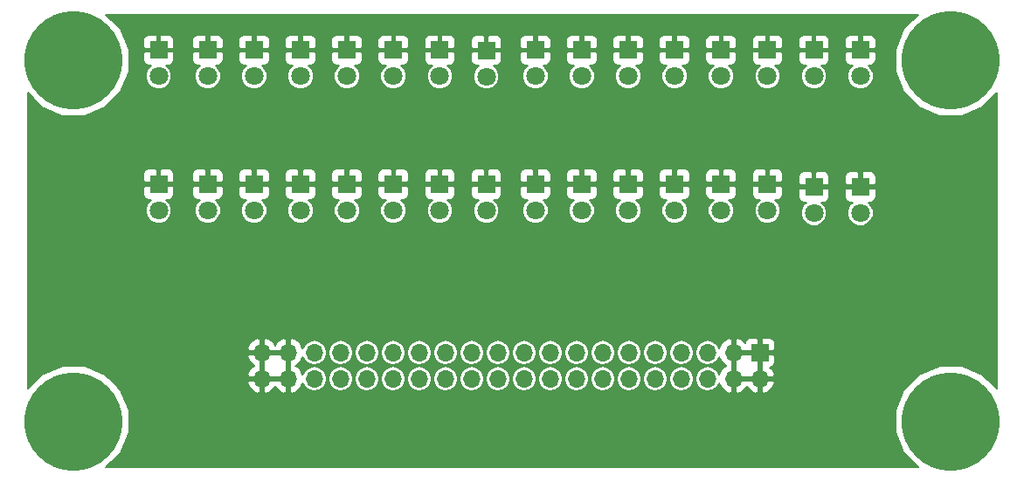
<source format=gbr>
G04 #@! TF.FileFunction,Copper,L2,Bot,Signal*
%FSLAX46Y46*%
G04 Gerber Fmt 4.6, Leading zero omitted, Abs format (unit mm)*
G04 Created by KiCad (PCBNEW 4.0.5) date 06/07/17 21:36:53*
%MOMM*%
%LPD*%
G01*
G04 APERTURE LIST*
%ADD10C,0.150000*%
%ADD11R,1.800000X1.800000*%
%ADD12C,1.800000*%
%ADD13R,1.700000X1.700000*%
%ADD14O,1.700000X1.700000*%
%ADD15C,9.525000*%
%ADD16C,0.203200*%
G04 APERTURE END LIST*
D10*
D11*
X106750000Y-40000000D03*
D12*
X106750000Y-42540000D03*
D11*
X106750000Y-53000000D03*
D12*
X106750000Y-55540000D03*
D11*
X111250000Y-40000000D03*
D12*
X111250000Y-42540000D03*
D11*
X111250000Y-53000000D03*
D12*
X111250000Y-55540000D03*
D11*
X115750000Y-40000000D03*
D12*
X115750000Y-42540000D03*
D11*
X115750000Y-53000000D03*
D12*
X115750000Y-55540000D03*
D11*
X120250000Y-40000000D03*
D12*
X120250000Y-42540000D03*
D11*
X120250000Y-53000000D03*
D12*
X120250000Y-55540000D03*
D11*
X124750000Y-40000000D03*
D12*
X124750000Y-42540000D03*
D11*
X124750000Y-53000000D03*
D12*
X124750000Y-55540000D03*
D11*
X129250000Y-40000000D03*
D12*
X129250000Y-42540000D03*
D11*
X129250000Y-53000000D03*
D12*
X129250000Y-55540000D03*
D11*
X133750000Y-40000000D03*
D12*
X133750000Y-42540000D03*
D11*
X133750000Y-53250000D03*
D12*
X133750000Y-55790000D03*
D11*
X138250000Y-40000000D03*
D12*
X138250000Y-42540000D03*
D11*
X138250000Y-53250000D03*
D12*
X138250000Y-55790000D03*
D11*
X70250000Y-40000000D03*
D12*
X70250000Y-42540000D03*
D11*
X70250000Y-53000000D03*
D12*
X70250000Y-55540000D03*
D11*
X75000000Y-40000000D03*
D12*
X75000000Y-42540000D03*
D11*
X75000000Y-53000000D03*
D12*
X75000000Y-55540000D03*
D11*
X79500000Y-40000000D03*
D12*
X79500000Y-42540000D03*
D11*
X79500000Y-53000000D03*
D12*
X79500000Y-55540000D03*
D11*
X84000000Y-40000000D03*
D12*
X84000000Y-42540000D03*
D11*
X84000000Y-53000000D03*
D12*
X84000000Y-55540000D03*
D11*
X88500000Y-40000000D03*
D12*
X88500000Y-42540000D03*
D11*
X88500000Y-53000000D03*
D12*
X88500000Y-55540000D03*
D11*
X93000000Y-40000000D03*
D12*
X93000000Y-42540000D03*
D11*
X93000000Y-53000000D03*
D12*
X93000000Y-55540000D03*
D11*
X97500000Y-40000000D03*
D12*
X97500000Y-42540000D03*
D11*
X97500000Y-53000000D03*
D12*
X97500000Y-55540000D03*
D11*
X102000000Y-40016000D03*
D12*
X102000000Y-42556000D03*
D11*
X102000000Y-53016000D03*
D12*
X102000000Y-55556000D03*
D13*
X128524000Y-69342000D03*
D14*
X128524000Y-71882000D03*
X125984000Y-69342000D03*
X125984000Y-71882000D03*
X123444000Y-69342000D03*
X123444000Y-71882000D03*
X120904000Y-69342000D03*
X120904000Y-71882000D03*
X118364000Y-69342000D03*
X118364000Y-71882000D03*
X115824000Y-69342000D03*
X115824000Y-71882000D03*
X113284000Y-69342000D03*
X113284000Y-71882000D03*
X110744000Y-69342000D03*
X110744000Y-71882000D03*
X108204000Y-69342000D03*
X108204000Y-71882000D03*
X105664000Y-69342000D03*
X105664000Y-71882000D03*
X103124000Y-69342000D03*
X103124000Y-71882000D03*
X100584000Y-69342000D03*
X100584000Y-71882000D03*
X98044000Y-69342000D03*
X98044000Y-71882000D03*
X95504000Y-69342000D03*
X95504000Y-71882000D03*
X92964000Y-69342000D03*
X92964000Y-71882000D03*
X90424000Y-69342000D03*
X90424000Y-71882000D03*
X87884000Y-69342000D03*
X87884000Y-71882000D03*
X85344000Y-69342000D03*
X85344000Y-71882000D03*
X82804000Y-69342000D03*
X82804000Y-71882000D03*
X80264000Y-69342000D03*
X80264000Y-71882000D03*
D15*
X62000000Y-41000000D03*
X147000000Y-41000000D03*
X62000000Y-76000000D03*
X147000000Y-76000000D03*
D16*
G36*
X142448411Y-37952976D02*
X141628834Y-39926735D01*
X141626969Y-42063889D01*
X142443099Y-44039075D01*
X143952976Y-45551589D01*
X145926735Y-46371166D01*
X148063889Y-46373031D01*
X150039075Y-45556901D01*
X151453900Y-44144543D01*
X151453900Y-72857744D01*
X150047024Y-71448411D01*
X148073265Y-70628834D01*
X145936111Y-70626969D01*
X143960925Y-71443099D01*
X142448411Y-72952976D01*
X141628834Y-74926735D01*
X141626969Y-77063889D01*
X142443099Y-79039075D01*
X143855457Y-80453900D01*
X65142256Y-80453900D01*
X66551589Y-79047024D01*
X67371166Y-77073265D01*
X67373031Y-74936111D01*
X66556901Y-72960925D01*
X65856808Y-72259609D01*
X78854079Y-72259609D01*
X79105908Y-72770419D01*
X79534046Y-73145975D01*
X79886393Y-73291910D01*
X80111600Y-73180286D01*
X80111600Y-72034400D01*
X80416400Y-72034400D01*
X80416400Y-73180286D01*
X80641607Y-73291910D01*
X80993954Y-73145975D01*
X81422092Y-72770419D01*
X81534000Y-72543425D01*
X81645908Y-72770419D01*
X82074046Y-73145975D01*
X82426393Y-73291910D01*
X82651600Y-73180286D01*
X82651600Y-72034400D01*
X80416400Y-72034400D01*
X80111600Y-72034400D01*
X78964766Y-72034400D01*
X78854079Y-72259609D01*
X65856808Y-72259609D01*
X65047024Y-71448411D01*
X63073265Y-70628834D01*
X60936111Y-70626969D01*
X58960925Y-71443099D01*
X57546100Y-72855457D01*
X57546100Y-69719609D01*
X78854079Y-69719609D01*
X79105908Y-70230419D01*
X79534046Y-70605975D01*
X79548593Y-70612000D01*
X79534046Y-70618025D01*
X79105908Y-70993581D01*
X78854079Y-71504391D01*
X78964766Y-71729600D01*
X80111600Y-71729600D01*
X80111600Y-69494400D01*
X80416400Y-69494400D01*
X80416400Y-71729600D01*
X82651600Y-71729600D01*
X82651600Y-69494400D01*
X80416400Y-69494400D01*
X80111600Y-69494400D01*
X78964766Y-69494400D01*
X78854079Y-69719609D01*
X57546100Y-69719609D01*
X57546100Y-68964391D01*
X78854079Y-68964391D01*
X78964766Y-69189600D01*
X80111600Y-69189600D01*
X80111600Y-68043714D01*
X80416400Y-68043714D01*
X80416400Y-69189600D01*
X82651600Y-69189600D01*
X82651600Y-68043714D01*
X82956400Y-68043714D01*
X82956400Y-69189600D01*
X82976400Y-69189600D01*
X82976400Y-69494400D01*
X82956400Y-69494400D01*
X82956400Y-71729600D01*
X82976400Y-71729600D01*
X82976400Y-72034400D01*
X82956400Y-72034400D01*
X82956400Y-73180286D01*
X83181607Y-73291910D01*
X83533954Y-73145975D01*
X83962092Y-72770419D01*
X84210282Y-72266991D01*
X84230171Y-72366982D01*
X84491512Y-72758107D01*
X84882637Y-73019448D01*
X85344000Y-73111219D01*
X85805363Y-73019448D01*
X86196488Y-72758107D01*
X86457829Y-72366982D01*
X86549600Y-71905619D01*
X86549600Y-71858381D01*
X86678400Y-71858381D01*
X86678400Y-71905619D01*
X86770171Y-72366982D01*
X87031512Y-72758107D01*
X87422637Y-73019448D01*
X87884000Y-73111219D01*
X88345363Y-73019448D01*
X88736488Y-72758107D01*
X88997829Y-72366982D01*
X89089600Y-71905619D01*
X89089600Y-71858381D01*
X89218400Y-71858381D01*
X89218400Y-71905619D01*
X89310171Y-72366982D01*
X89571512Y-72758107D01*
X89962637Y-73019448D01*
X90424000Y-73111219D01*
X90885363Y-73019448D01*
X91276488Y-72758107D01*
X91537829Y-72366982D01*
X91629600Y-71905619D01*
X91629600Y-71858381D01*
X91758400Y-71858381D01*
X91758400Y-71905619D01*
X91850171Y-72366982D01*
X92111512Y-72758107D01*
X92502637Y-73019448D01*
X92964000Y-73111219D01*
X93425363Y-73019448D01*
X93816488Y-72758107D01*
X94077829Y-72366982D01*
X94169600Y-71905619D01*
X94169600Y-71858381D01*
X94298400Y-71858381D01*
X94298400Y-71905619D01*
X94390171Y-72366982D01*
X94651512Y-72758107D01*
X95042637Y-73019448D01*
X95504000Y-73111219D01*
X95965363Y-73019448D01*
X96356488Y-72758107D01*
X96617829Y-72366982D01*
X96709600Y-71905619D01*
X96709600Y-71858381D01*
X96838400Y-71858381D01*
X96838400Y-71905619D01*
X96930171Y-72366982D01*
X97191512Y-72758107D01*
X97582637Y-73019448D01*
X98044000Y-73111219D01*
X98505363Y-73019448D01*
X98896488Y-72758107D01*
X99157829Y-72366982D01*
X99249600Y-71905619D01*
X99249600Y-71858381D01*
X99378400Y-71858381D01*
X99378400Y-71905619D01*
X99470171Y-72366982D01*
X99731512Y-72758107D01*
X100122637Y-73019448D01*
X100584000Y-73111219D01*
X101045363Y-73019448D01*
X101436488Y-72758107D01*
X101697829Y-72366982D01*
X101789600Y-71905619D01*
X101789600Y-71858381D01*
X101918400Y-71858381D01*
X101918400Y-71905619D01*
X102010171Y-72366982D01*
X102271512Y-72758107D01*
X102662637Y-73019448D01*
X103124000Y-73111219D01*
X103585363Y-73019448D01*
X103976488Y-72758107D01*
X104237829Y-72366982D01*
X104329600Y-71905619D01*
X104329600Y-71858381D01*
X104458400Y-71858381D01*
X104458400Y-71905619D01*
X104550171Y-72366982D01*
X104811512Y-72758107D01*
X105202637Y-73019448D01*
X105664000Y-73111219D01*
X106125363Y-73019448D01*
X106516488Y-72758107D01*
X106777829Y-72366982D01*
X106869600Y-71905619D01*
X106869600Y-71858381D01*
X106998400Y-71858381D01*
X106998400Y-71905619D01*
X107090171Y-72366982D01*
X107351512Y-72758107D01*
X107742637Y-73019448D01*
X108204000Y-73111219D01*
X108665363Y-73019448D01*
X109056488Y-72758107D01*
X109317829Y-72366982D01*
X109409600Y-71905619D01*
X109409600Y-71858381D01*
X109538400Y-71858381D01*
X109538400Y-71905619D01*
X109630171Y-72366982D01*
X109891512Y-72758107D01*
X110282637Y-73019448D01*
X110744000Y-73111219D01*
X111205363Y-73019448D01*
X111596488Y-72758107D01*
X111857829Y-72366982D01*
X111949600Y-71905619D01*
X111949600Y-71858381D01*
X112078400Y-71858381D01*
X112078400Y-71905619D01*
X112170171Y-72366982D01*
X112431512Y-72758107D01*
X112822637Y-73019448D01*
X113284000Y-73111219D01*
X113745363Y-73019448D01*
X114136488Y-72758107D01*
X114397829Y-72366982D01*
X114489600Y-71905619D01*
X114489600Y-71858381D01*
X114618400Y-71858381D01*
X114618400Y-71905619D01*
X114710171Y-72366982D01*
X114971512Y-72758107D01*
X115362637Y-73019448D01*
X115824000Y-73111219D01*
X116285363Y-73019448D01*
X116676488Y-72758107D01*
X116937829Y-72366982D01*
X117029600Y-71905619D01*
X117029600Y-71858381D01*
X117158400Y-71858381D01*
X117158400Y-71905619D01*
X117250171Y-72366982D01*
X117511512Y-72758107D01*
X117902637Y-73019448D01*
X118364000Y-73111219D01*
X118825363Y-73019448D01*
X119216488Y-72758107D01*
X119477829Y-72366982D01*
X119569600Y-71905619D01*
X119569600Y-71858381D01*
X119698400Y-71858381D01*
X119698400Y-71905619D01*
X119790171Y-72366982D01*
X120051512Y-72758107D01*
X120442637Y-73019448D01*
X120904000Y-73111219D01*
X121365363Y-73019448D01*
X121756488Y-72758107D01*
X122017829Y-72366982D01*
X122109600Y-71905619D01*
X122109600Y-71858381D01*
X122017829Y-71397018D01*
X121756488Y-71005893D01*
X121365363Y-70744552D01*
X120904000Y-70652781D01*
X120442637Y-70744552D01*
X120051512Y-71005893D01*
X119790171Y-71397018D01*
X119698400Y-71858381D01*
X119569600Y-71858381D01*
X119477829Y-71397018D01*
X119216488Y-71005893D01*
X118825363Y-70744552D01*
X118364000Y-70652781D01*
X117902637Y-70744552D01*
X117511512Y-71005893D01*
X117250171Y-71397018D01*
X117158400Y-71858381D01*
X117029600Y-71858381D01*
X116937829Y-71397018D01*
X116676488Y-71005893D01*
X116285363Y-70744552D01*
X115824000Y-70652781D01*
X115362637Y-70744552D01*
X114971512Y-71005893D01*
X114710171Y-71397018D01*
X114618400Y-71858381D01*
X114489600Y-71858381D01*
X114397829Y-71397018D01*
X114136488Y-71005893D01*
X113745363Y-70744552D01*
X113284000Y-70652781D01*
X112822637Y-70744552D01*
X112431512Y-71005893D01*
X112170171Y-71397018D01*
X112078400Y-71858381D01*
X111949600Y-71858381D01*
X111857829Y-71397018D01*
X111596488Y-71005893D01*
X111205363Y-70744552D01*
X110744000Y-70652781D01*
X110282637Y-70744552D01*
X109891512Y-71005893D01*
X109630171Y-71397018D01*
X109538400Y-71858381D01*
X109409600Y-71858381D01*
X109317829Y-71397018D01*
X109056488Y-71005893D01*
X108665363Y-70744552D01*
X108204000Y-70652781D01*
X107742637Y-70744552D01*
X107351512Y-71005893D01*
X107090171Y-71397018D01*
X106998400Y-71858381D01*
X106869600Y-71858381D01*
X106777829Y-71397018D01*
X106516488Y-71005893D01*
X106125363Y-70744552D01*
X105664000Y-70652781D01*
X105202637Y-70744552D01*
X104811512Y-71005893D01*
X104550171Y-71397018D01*
X104458400Y-71858381D01*
X104329600Y-71858381D01*
X104237829Y-71397018D01*
X103976488Y-71005893D01*
X103585363Y-70744552D01*
X103124000Y-70652781D01*
X102662637Y-70744552D01*
X102271512Y-71005893D01*
X102010171Y-71397018D01*
X101918400Y-71858381D01*
X101789600Y-71858381D01*
X101697829Y-71397018D01*
X101436488Y-71005893D01*
X101045363Y-70744552D01*
X100584000Y-70652781D01*
X100122637Y-70744552D01*
X99731512Y-71005893D01*
X99470171Y-71397018D01*
X99378400Y-71858381D01*
X99249600Y-71858381D01*
X99157829Y-71397018D01*
X98896488Y-71005893D01*
X98505363Y-70744552D01*
X98044000Y-70652781D01*
X97582637Y-70744552D01*
X97191512Y-71005893D01*
X96930171Y-71397018D01*
X96838400Y-71858381D01*
X96709600Y-71858381D01*
X96617829Y-71397018D01*
X96356488Y-71005893D01*
X95965363Y-70744552D01*
X95504000Y-70652781D01*
X95042637Y-70744552D01*
X94651512Y-71005893D01*
X94390171Y-71397018D01*
X94298400Y-71858381D01*
X94169600Y-71858381D01*
X94077829Y-71397018D01*
X93816488Y-71005893D01*
X93425363Y-70744552D01*
X92964000Y-70652781D01*
X92502637Y-70744552D01*
X92111512Y-71005893D01*
X91850171Y-71397018D01*
X91758400Y-71858381D01*
X91629600Y-71858381D01*
X91537829Y-71397018D01*
X91276488Y-71005893D01*
X90885363Y-70744552D01*
X90424000Y-70652781D01*
X89962637Y-70744552D01*
X89571512Y-71005893D01*
X89310171Y-71397018D01*
X89218400Y-71858381D01*
X89089600Y-71858381D01*
X88997829Y-71397018D01*
X88736488Y-71005893D01*
X88345363Y-70744552D01*
X87884000Y-70652781D01*
X87422637Y-70744552D01*
X87031512Y-71005893D01*
X86770171Y-71397018D01*
X86678400Y-71858381D01*
X86549600Y-71858381D01*
X86457829Y-71397018D01*
X86196488Y-71005893D01*
X85805363Y-70744552D01*
X85344000Y-70652781D01*
X84882637Y-70744552D01*
X84491512Y-71005893D01*
X84230171Y-71397018D01*
X84210282Y-71497009D01*
X83962092Y-70993581D01*
X83533954Y-70618025D01*
X83519407Y-70612000D01*
X83533954Y-70605975D01*
X83962092Y-70230419D01*
X84210282Y-69726991D01*
X84230171Y-69826982D01*
X84491512Y-70218107D01*
X84882637Y-70479448D01*
X85344000Y-70571219D01*
X85805363Y-70479448D01*
X86196488Y-70218107D01*
X86457829Y-69826982D01*
X86549600Y-69365619D01*
X86549600Y-69318381D01*
X86678400Y-69318381D01*
X86678400Y-69365619D01*
X86770171Y-69826982D01*
X87031512Y-70218107D01*
X87422637Y-70479448D01*
X87884000Y-70571219D01*
X88345363Y-70479448D01*
X88736488Y-70218107D01*
X88997829Y-69826982D01*
X89089600Y-69365619D01*
X89089600Y-69318381D01*
X89218400Y-69318381D01*
X89218400Y-69365619D01*
X89310171Y-69826982D01*
X89571512Y-70218107D01*
X89962637Y-70479448D01*
X90424000Y-70571219D01*
X90885363Y-70479448D01*
X91276488Y-70218107D01*
X91537829Y-69826982D01*
X91629600Y-69365619D01*
X91629600Y-69318381D01*
X91758400Y-69318381D01*
X91758400Y-69365619D01*
X91850171Y-69826982D01*
X92111512Y-70218107D01*
X92502637Y-70479448D01*
X92964000Y-70571219D01*
X93425363Y-70479448D01*
X93816488Y-70218107D01*
X94077829Y-69826982D01*
X94169600Y-69365619D01*
X94169600Y-69318381D01*
X94298400Y-69318381D01*
X94298400Y-69365619D01*
X94390171Y-69826982D01*
X94651512Y-70218107D01*
X95042637Y-70479448D01*
X95504000Y-70571219D01*
X95965363Y-70479448D01*
X96356488Y-70218107D01*
X96617829Y-69826982D01*
X96709600Y-69365619D01*
X96709600Y-69318381D01*
X96838400Y-69318381D01*
X96838400Y-69365619D01*
X96930171Y-69826982D01*
X97191512Y-70218107D01*
X97582637Y-70479448D01*
X98044000Y-70571219D01*
X98505363Y-70479448D01*
X98896488Y-70218107D01*
X99157829Y-69826982D01*
X99249600Y-69365619D01*
X99249600Y-69318381D01*
X99378400Y-69318381D01*
X99378400Y-69365619D01*
X99470171Y-69826982D01*
X99731512Y-70218107D01*
X100122637Y-70479448D01*
X100584000Y-70571219D01*
X101045363Y-70479448D01*
X101436488Y-70218107D01*
X101697829Y-69826982D01*
X101789600Y-69365619D01*
X101789600Y-69318381D01*
X101918400Y-69318381D01*
X101918400Y-69365619D01*
X102010171Y-69826982D01*
X102271512Y-70218107D01*
X102662637Y-70479448D01*
X103124000Y-70571219D01*
X103585363Y-70479448D01*
X103976488Y-70218107D01*
X104237829Y-69826982D01*
X104329600Y-69365619D01*
X104329600Y-69318381D01*
X104458400Y-69318381D01*
X104458400Y-69365619D01*
X104550171Y-69826982D01*
X104811512Y-70218107D01*
X105202637Y-70479448D01*
X105664000Y-70571219D01*
X106125363Y-70479448D01*
X106516488Y-70218107D01*
X106777829Y-69826982D01*
X106869600Y-69365619D01*
X106869600Y-69318381D01*
X106998400Y-69318381D01*
X106998400Y-69365619D01*
X107090171Y-69826982D01*
X107351512Y-70218107D01*
X107742637Y-70479448D01*
X108204000Y-70571219D01*
X108665363Y-70479448D01*
X109056488Y-70218107D01*
X109317829Y-69826982D01*
X109409600Y-69365619D01*
X109409600Y-69318381D01*
X109538400Y-69318381D01*
X109538400Y-69365619D01*
X109630171Y-69826982D01*
X109891512Y-70218107D01*
X110282637Y-70479448D01*
X110744000Y-70571219D01*
X111205363Y-70479448D01*
X111596488Y-70218107D01*
X111857829Y-69826982D01*
X111949600Y-69365619D01*
X111949600Y-69318381D01*
X112078400Y-69318381D01*
X112078400Y-69365619D01*
X112170171Y-69826982D01*
X112431512Y-70218107D01*
X112822637Y-70479448D01*
X113284000Y-70571219D01*
X113745363Y-70479448D01*
X114136488Y-70218107D01*
X114397829Y-69826982D01*
X114489600Y-69365619D01*
X114489600Y-69318381D01*
X114618400Y-69318381D01*
X114618400Y-69365619D01*
X114710171Y-69826982D01*
X114971512Y-70218107D01*
X115362637Y-70479448D01*
X115824000Y-70571219D01*
X116285363Y-70479448D01*
X116676488Y-70218107D01*
X116937829Y-69826982D01*
X117029600Y-69365619D01*
X117029600Y-69318381D01*
X117158400Y-69318381D01*
X117158400Y-69365619D01*
X117250171Y-69826982D01*
X117511512Y-70218107D01*
X117902637Y-70479448D01*
X118364000Y-70571219D01*
X118825363Y-70479448D01*
X119216488Y-70218107D01*
X119477829Y-69826982D01*
X119569600Y-69365619D01*
X119569600Y-69318381D01*
X119698400Y-69318381D01*
X119698400Y-69365619D01*
X119790171Y-69826982D01*
X120051512Y-70218107D01*
X120442637Y-70479448D01*
X120904000Y-70571219D01*
X121365363Y-70479448D01*
X121756488Y-70218107D01*
X122017829Y-69826982D01*
X122109600Y-69365619D01*
X122109600Y-69318381D01*
X122238400Y-69318381D01*
X122238400Y-69365619D01*
X122330171Y-69826982D01*
X122591512Y-70218107D01*
X122982637Y-70479448D01*
X123444000Y-70571219D01*
X123905363Y-70479448D01*
X124296488Y-70218107D01*
X124557829Y-69826982D01*
X124577718Y-69726991D01*
X124825908Y-70230419D01*
X125254046Y-70605975D01*
X125268593Y-70612000D01*
X125254046Y-70618025D01*
X124825908Y-70993581D01*
X124577718Y-71497009D01*
X124557829Y-71397018D01*
X124296488Y-71005893D01*
X123905363Y-70744552D01*
X123444000Y-70652781D01*
X122982637Y-70744552D01*
X122591512Y-71005893D01*
X122330171Y-71397018D01*
X122238400Y-71858381D01*
X122238400Y-71905619D01*
X122330171Y-72366982D01*
X122591512Y-72758107D01*
X122982637Y-73019448D01*
X123444000Y-73111219D01*
X123905363Y-73019448D01*
X124296488Y-72758107D01*
X124557829Y-72366982D01*
X124577718Y-72266991D01*
X124825908Y-72770419D01*
X125254046Y-73145975D01*
X125606393Y-73291910D01*
X125831600Y-73180286D01*
X125831600Y-72034400D01*
X126136400Y-72034400D01*
X126136400Y-73180286D01*
X126361607Y-73291910D01*
X126713954Y-73145975D01*
X127142092Y-72770419D01*
X127254000Y-72543425D01*
X127365908Y-72770419D01*
X127794046Y-73145975D01*
X128146393Y-73291910D01*
X128371600Y-73180286D01*
X128371600Y-72034400D01*
X128676400Y-72034400D01*
X128676400Y-73180286D01*
X128901607Y-73291910D01*
X129253954Y-73145975D01*
X129682092Y-72770419D01*
X129933921Y-72259609D01*
X129823234Y-72034400D01*
X128676400Y-72034400D01*
X128371600Y-72034400D01*
X126136400Y-72034400D01*
X125831600Y-72034400D01*
X125811600Y-72034400D01*
X125811600Y-71729600D01*
X125831600Y-71729600D01*
X125831600Y-69494400D01*
X126136400Y-69494400D01*
X126136400Y-71729600D01*
X128371600Y-71729600D01*
X128371600Y-69494400D01*
X128676400Y-69494400D01*
X128676400Y-71729600D01*
X129823234Y-71729600D01*
X129933921Y-71504391D01*
X129682092Y-70993581D01*
X129463232Y-70801600D01*
X129495257Y-70801600D01*
X129719311Y-70708794D01*
X129890794Y-70537311D01*
X129983600Y-70313257D01*
X129983600Y-69646800D01*
X129831200Y-69494400D01*
X128676400Y-69494400D01*
X128371600Y-69494400D01*
X126136400Y-69494400D01*
X125831600Y-69494400D01*
X125811600Y-69494400D01*
X125811600Y-69189600D01*
X125831600Y-69189600D01*
X125831600Y-68043714D01*
X126136400Y-68043714D01*
X126136400Y-69189600D01*
X128371600Y-69189600D01*
X128371600Y-68034800D01*
X128676400Y-68034800D01*
X128676400Y-69189600D01*
X129831200Y-69189600D01*
X129983600Y-69037200D01*
X129983600Y-68370743D01*
X129890794Y-68146689D01*
X129719311Y-67975206D01*
X129495257Y-67882400D01*
X128828800Y-67882400D01*
X128676400Y-68034800D01*
X128371600Y-68034800D01*
X128219200Y-67882400D01*
X127552743Y-67882400D01*
X127328689Y-67975206D01*
X127157206Y-68146689D01*
X127064400Y-68370743D01*
X127064400Y-68385431D01*
X126713954Y-68078025D01*
X126361607Y-67932090D01*
X126136400Y-68043714D01*
X125831600Y-68043714D01*
X125606393Y-67932090D01*
X125254046Y-68078025D01*
X124825908Y-68453581D01*
X124577718Y-68957009D01*
X124557829Y-68857018D01*
X124296488Y-68465893D01*
X123905363Y-68204552D01*
X123444000Y-68112781D01*
X122982637Y-68204552D01*
X122591512Y-68465893D01*
X122330171Y-68857018D01*
X122238400Y-69318381D01*
X122109600Y-69318381D01*
X122017829Y-68857018D01*
X121756488Y-68465893D01*
X121365363Y-68204552D01*
X120904000Y-68112781D01*
X120442637Y-68204552D01*
X120051512Y-68465893D01*
X119790171Y-68857018D01*
X119698400Y-69318381D01*
X119569600Y-69318381D01*
X119477829Y-68857018D01*
X119216488Y-68465893D01*
X118825363Y-68204552D01*
X118364000Y-68112781D01*
X117902637Y-68204552D01*
X117511512Y-68465893D01*
X117250171Y-68857018D01*
X117158400Y-69318381D01*
X117029600Y-69318381D01*
X116937829Y-68857018D01*
X116676488Y-68465893D01*
X116285363Y-68204552D01*
X115824000Y-68112781D01*
X115362637Y-68204552D01*
X114971512Y-68465893D01*
X114710171Y-68857018D01*
X114618400Y-69318381D01*
X114489600Y-69318381D01*
X114397829Y-68857018D01*
X114136488Y-68465893D01*
X113745363Y-68204552D01*
X113284000Y-68112781D01*
X112822637Y-68204552D01*
X112431512Y-68465893D01*
X112170171Y-68857018D01*
X112078400Y-69318381D01*
X111949600Y-69318381D01*
X111857829Y-68857018D01*
X111596488Y-68465893D01*
X111205363Y-68204552D01*
X110744000Y-68112781D01*
X110282637Y-68204552D01*
X109891512Y-68465893D01*
X109630171Y-68857018D01*
X109538400Y-69318381D01*
X109409600Y-69318381D01*
X109317829Y-68857018D01*
X109056488Y-68465893D01*
X108665363Y-68204552D01*
X108204000Y-68112781D01*
X107742637Y-68204552D01*
X107351512Y-68465893D01*
X107090171Y-68857018D01*
X106998400Y-69318381D01*
X106869600Y-69318381D01*
X106777829Y-68857018D01*
X106516488Y-68465893D01*
X106125363Y-68204552D01*
X105664000Y-68112781D01*
X105202637Y-68204552D01*
X104811512Y-68465893D01*
X104550171Y-68857018D01*
X104458400Y-69318381D01*
X104329600Y-69318381D01*
X104237829Y-68857018D01*
X103976488Y-68465893D01*
X103585363Y-68204552D01*
X103124000Y-68112781D01*
X102662637Y-68204552D01*
X102271512Y-68465893D01*
X102010171Y-68857018D01*
X101918400Y-69318381D01*
X101789600Y-69318381D01*
X101697829Y-68857018D01*
X101436488Y-68465893D01*
X101045363Y-68204552D01*
X100584000Y-68112781D01*
X100122637Y-68204552D01*
X99731512Y-68465893D01*
X99470171Y-68857018D01*
X99378400Y-69318381D01*
X99249600Y-69318381D01*
X99157829Y-68857018D01*
X98896488Y-68465893D01*
X98505363Y-68204552D01*
X98044000Y-68112781D01*
X97582637Y-68204552D01*
X97191512Y-68465893D01*
X96930171Y-68857018D01*
X96838400Y-69318381D01*
X96709600Y-69318381D01*
X96617829Y-68857018D01*
X96356488Y-68465893D01*
X95965363Y-68204552D01*
X95504000Y-68112781D01*
X95042637Y-68204552D01*
X94651512Y-68465893D01*
X94390171Y-68857018D01*
X94298400Y-69318381D01*
X94169600Y-69318381D01*
X94077829Y-68857018D01*
X93816488Y-68465893D01*
X93425363Y-68204552D01*
X92964000Y-68112781D01*
X92502637Y-68204552D01*
X92111512Y-68465893D01*
X91850171Y-68857018D01*
X91758400Y-69318381D01*
X91629600Y-69318381D01*
X91537829Y-68857018D01*
X91276488Y-68465893D01*
X90885363Y-68204552D01*
X90424000Y-68112781D01*
X89962637Y-68204552D01*
X89571512Y-68465893D01*
X89310171Y-68857018D01*
X89218400Y-69318381D01*
X89089600Y-69318381D01*
X88997829Y-68857018D01*
X88736488Y-68465893D01*
X88345363Y-68204552D01*
X87884000Y-68112781D01*
X87422637Y-68204552D01*
X87031512Y-68465893D01*
X86770171Y-68857018D01*
X86678400Y-69318381D01*
X86549600Y-69318381D01*
X86457829Y-68857018D01*
X86196488Y-68465893D01*
X85805363Y-68204552D01*
X85344000Y-68112781D01*
X84882637Y-68204552D01*
X84491512Y-68465893D01*
X84230171Y-68857018D01*
X84210282Y-68957009D01*
X83962092Y-68453581D01*
X83533954Y-68078025D01*
X83181607Y-67932090D01*
X82956400Y-68043714D01*
X82651600Y-68043714D01*
X82426393Y-67932090D01*
X82074046Y-68078025D01*
X81645908Y-68453581D01*
X81534000Y-68680575D01*
X81422092Y-68453581D01*
X80993954Y-68078025D01*
X80641607Y-67932090D01*
X80416400Y-68043714D01*
X80111600Y-68043714D01*
X79886393Y-67932090D01*
X79534046Y-68078025D01*
X79105908Y-68453581D01*
X78854079Y-68964391D01*
X57546100Y-68964391D01*
X57546100Y-53304800D01*
X68740400Y-53304800D01*
X68740400Y-54021257D01*
X68833206Y-54245311D01*
X69004689Y-54416794D01*
X69228743Y-54509600D01*
X69504961Y-54509600D01*
X69186175Y-54827831D01*
X68994618Y-55289150D01*
X68994182Y-55788659D01*
X69184933Y-56250311D01*
X69537831Y-56603825D01*
X69999150Y-56795382D01*
X70498659Y-56795818D01*
X70960311Y-56605067D01*
X71313825Y-56252169D01*
X71505382Y-55790850D01*
X71505818Y-55291341D01*
X71315067Y-54829689D01*
X70995536Y-54509600D01*
X71271257Y-54509600D01*
X71495311Y-54416794D01*
X71666794Y-54245311D01*
X71759600Y-54021257D01*
X71759600Y-53304800D01*
X73490400Y-53304800D01*
X73490400Y-54021257D01*
X73583206Y-54245311D01*
X73754689Y-54416794D01*
X73978743Y-54509600D01*
X74254961Y-54509600D01*
X73936175Y-54827831D01*
X73744618Y-55289150D01*
X73744182Y-55788659D01*
X73934933Y-56250311D01*
X74287831Y-56603825D01*
X74749150Y-56795382D01*
X75248659Y-56795818D01*
X75710311Y-56605067D01*
X76063825Y-56252169D01*
X76255382Y-55790850D01*
X76255818Y-55291341D01*
X76065067Y-54829689D01*
X75745536Y-54509600D01*
X76021257Y-54509600D01*
X76245311Y-54416794D01*
X76416794Y-54245311D01*
X76509600Y-54021257D01*
X76509600Y-53304800D01*
X77990400Y-53304800D01*
X77990400Y-54021257D01*
X78083206Y-54245311D01*
X78254689Y-54416794D01*
X78478743Y-54509600D01*
X78754961Y-54509600D01*
X78436175Y-54827831D01*
X78244618Y-55289150D01*
X78244182Y-55788659D01*
X78434933Y-56250311D01*
X78787831Y-56603825D01*
X79249150Y-56795382D01*
X79748659Y-56795818D01*
X80210311Y-56605067D01*
X80563825Y-56252169D01*
X80755382Y-55790850D01*
X80755818Y-55291341D01*
X80565067Y-54829689D01*
X80245536Y-54509600D01*
X80521257Y-54509600D01*
X80745311Y-54416794D01*
X80916794Y-54245311D01*
X81009600Y-54021257D01*
X81009600Y-53304800D01*
X82490400Y-53304800D01*
X82490400Y-54021257D01*
X82583206Y-54245311D01*
X82754689Y-54416794D01*
X82978743Y-54509600D01*
X83254961Y-54509600D01*
X82936175Y-54827831D01*
X82744618Y-55289150D01*
X82744182Y-55788659D01*
X82934933Y-56250311D01*
X83287831Y-56603825D01*
X83749150Y-56795382D01*
X84248659Y-56795818D01*
X84710311Y-56605067D01*
X85063825Y-56252169D01*
X85255382Y-55790850D01*
X85255818Y-55291341D01*
X85065067Y-54829689D01*
X84745536Y-54509600D01*
X85021257Y-54509600D01*
X85245311Y-54416794D01*
X85416794Y-54245311D01*
X85509600Y-54021257D01*
X85509600Y-53304800D01*
X86990400Y-53304800D01*
X86990400Y-54021257D01*
X87083206Y-54245311D01*
X87254689Y-54416794D01*
X87478743Y-54509600D01*
X87754961Y-54509600D01*
X87436175Y-54827831D01*
X87244618Y-55289150D01*
X87244182Y-55788659D01*
X87434933Y-56250311D01*
X87787831Y-56603825D01*
X88249150Y-56795382D01*
X88748659Y-56795818D01*
X89210311Y-56605067D01*
X89563825Y-56252169D01*
X89755382Y-55790850D01*
X89755818Y-55291341D01*
X89565067Y-54829689D01*
X89245536Y-54509600D01*
X89521257Y-54509600D01*
X89745311Y-54416794D01*
X89916794Y-54245311D01*
X90009600Y-54021257D01*
X90009600Y-53304800D01*
X91490400Y-53304800D01*
X91490400Y-54021257D01*
X91583206Y-54245311D01*
X91754689Y-54416794D01*
X91978743Y-54509600D01*
X92254961Y-54509600D01*
X91936175Y-54827831D01*
X91744618Y-55289150D01*
X91744182Y-55788659D01*
X91934933Y-56250311D01*
X92287831Y-56603825D01*
X92749150Y-56795382D01*
X93248659Y-56795818D01*
X93710311Y-56605067D01*
X94063825Y-56252169D01*
X94255382Y-55790850D01*
X94255818Y-55291341D01*
X94065067Y-54829689D01*
X93745536Y-54509600D01*
X94021257Y-54509600D01*
X94245311Y-54416794D01*
X94416794Y-54245311D01*
X94509600Y-54021257D01*
X94509600Y-53304800D01*
X95990400Y-53304800D01*
X95990400Y-54021257D01*
X96083206Y-54245311D01*
X96254689Y-54416794D01*
X96478743Y-54509600D01*
X96754961Y-54509600D01*
X96436175Y-54827831D01*
X96244618Y-55289150D01*
X96244182Y-55788659D01*
X96434933Y-56250311D01*
X96787831Y-56603825D01*
X97249150Y-56795382D01*
X97748659Y-56795818D01*
X98210311Y-56605067D01*
X98563825Y-56252169D01*
X98755382Y-55790850D01*
X98755818Y-55291341D01*
X98565067Y-54829689D01*
X98245536Y-54509600D01*
X98521257Y-54509600D01*
X98745311Y-54416794D01*
X98916794Y-54245311D01*
X99009600Y-54021257D01*
X99009600Y-53320800D01*
X100490400Y-53320800D01*
X100490400Y-54037257D01*
X100583206Y-54261311D01*
X100754689Y-54432794D01*
X100978743Y-54525600D01*
X101254961Y-54525600D01*
X100936175Y-54843831D01*
X100744618Y-55305150D01*
X100744182Y-55804659D01*
X100934933Y-56266311D01*
X101287831Y-56619825D01*
X101749150Y-56811382D01*
X102248659Y-56811818D01*
X102710311Y-56621067D01*
X103063825Y-56268169D01*
X103255382Y-55806850D01*
X103255818Y-55307341D01*
X103065067Y-54845689D01*
X102745536Y-54525600D01*
X103021257Y-54525600D01*
X103245311Y-54432794D01*
X103416794Y-54261311D01*
X103509600Y-54037257D01*
X103509600Y-53320800D01*
X103493600Y-53304800D01*
X105240400Y-53304800D01*
X105240400Y-54021257D01*
X105333206Y-54245311D01*
X105504689Y-54416794D01*
X105728743Y-54509600D01*
X106004961Y-54509600D01*
X105686175Y-54827831D01*
X105494618Y-55289150D01*
X105494182Y-55788659D01*
X105684933Y-56250311D01*
X106037831Y-56603825D01*
X106499150Y-56795382D01*
X106998659Y-56795818D01*
X107460311Y-56605067D01*
X107813825Y-56252169D01*
X108005382Y-55790850D01*
X108005818Y-55291341D01*
X107815067Y-54829689D01*
X107495536Y-54509600D01*
X107771257Y-54509600D01*
X107995311Y-54416794D01*
X108166794Y-54245311D01*
X108259600Y-54021257D01*
X108259600Y-53304800D01*
X109740400Y-53304800D01*
X109740400Y-54021257D01*
X109833206Y-54245311D01*
X110004689Y-54416794D01*
X110228743Y-54509600D01*
X110504961Y-54509600D01*
X110186175Y-54827831D01*
X109994618Y-55289150D01*
X109994182Y-55788659D01*
X110184933Y-56250311D01*
X110537831Y-56603825D01*
X110999150Y-56795382D01*
X111498659Y-56795818D01*
X111960311Y-56605067D01*
X112313825Y-56252169D01*
X112505382Y-55790850D01*
X112505818Y-55291341D01*
X112315067Y-54829689D01*
X111995536Y-54509600D01*
X112271257Y-54509600D01*
X112495311Y-54416794D01*
X112666794Y-54245311D01*
X112759600Y-54021257D01*
X112759600Y-53304800D01*
X114240400Y-53304800D01*
X114240400Y-54021257D01*
X114333206Y-54245311D01*
X114504689Y-54416794D01*
X114728743Y-54509600D01*
X115004961Y-54509600D01*
X114686175Y-54827831D01*
X114494618Y-55289150D01*
X114494182Y-55788659D01*
X114684933Y-56250311D01*
X115037831Y-56603825D01*
X115499150Y-56795382D01*
X115998659Y-56795818D01*
X116460311Y-56605067D01*
X116813825Y-56252169D01*
X117005382Y-55790850D01*
X117005818Y-55291341D01*
X116815067Y-54829689D01*
X116495536Y-54509600D01*
X116771257Y-54509600D01*
X116995311Y-54416794D01*
X117166794Y-54245311D01*
X117259600Y-54021257D01*
X117259600Y-53304800D01*
X118740400Y-53304800D01*
X118740400Y-54021257D01*
X118833206Y-54245311D01*
X119004689Y-54416794D01*
X119228743Y-54509600D01*
X119504961Y-54509600D01*
X119186175Y-54827831D01*
X118994618Y-55289150D01*
X118994182Y-55788659D01*
X119184933Y-56250311D01*
X119537831Y-56603825D01*
X119999150Y-56795382D01*
X120498659Y-56795818D01*
X120960311Y-56605067D01*
X121313825Y-56252169D01*
X121505382Y-55790850D01*
X121505818Y-55291341D01*
X121315067Y-54829689D01*
X120995536Y-54509600D01*
X121271257Y-54509600D01*
X121495311Y-54416794D01*
X121666794Y-54245311D01*
X121759600Y-54021257D01*
X121759600Y-53304800D01*
X123240400Y-53304800D01*
X123240400Y-54021257D01*
X123333206Y-54245311D01*
X123504689Y-54416794D01*
X123728743Y-54509600D01*
X124004961Y-54509600D01*
X123686175Y-54827831D01*
X123494618Y-55289150D01*
X123494182Y-55788659D01*
X123684933Y-56250311D01*
X124037831Y-56603825D01*
X124499150Y-56795382D01*
X124998659Y-56795818D01*
X125460311Y-56605067D01*
X125813825Y-56252169D01*
X126005382Y-55790850D01*
X126005818Y-55291341D01*
X125815067Y-54829689D01*
X125495536Y-54509600D01*
X125771257Y-54509600D01*
X125995311Y-54416794D01*
X126166794Y-54245311D01*
X126259600Y-54021257D01*
X126259600Y-53304800D01*
X127740400Y-53304800D01*
X127740400Y-54021257D01*
X127833206Y-54245311D01*
X128004689Y-54416794D01*
X128228743Y-54509600D01*
X128504961Y-54509600D01*
X128186175Y-54827831D01*
X127994618Y-55289150D01*
X127994182Y-55788659D01*
X128184933Y-56250311D01*
X128537831Y-56603825D01*
X128999150Y-56795382D01*
X129498659Y-56795818D01*
X129960311Y-56605067D01*
X130313825Y-56252169D01*
X130505382Y-55790850D01*
X130505818Y-55291341D01*
X130315067Y-54829689D01*
X129995536Y-54509600D01*
X130271257Y-54509600D01*
X130495311Y-54416794D01*
X130666794Y-54245311D01*
X130759600Y-54021257D01*
X130759600Y-53554800D01*
X132240400Y-53554800D01*
X132240400Y-54271257D01*
X132333206Y-54495311D01*
X132504689Y-54666794D01*
X132728743Y-54759600D01*
X133004961Y-54759600D01*
X132686175Y-55077831D01*
X132494618Y-55539150D01*
X132494182Y-56038659D01*
X132684933Y-56500311D01*
X133037831Y-56853825D01*
X133499150Y-57045382D01*
X133998659Y-57045818D01*
X134460311Y-56855067D01*
X134813825Y-56502169D01*
X135005382Y-56040850D01*
X135005818Y-55541341D01*
X134815067Y-55079689D01*
X134495536Y-54759600D01*
X134771257Y-54759600D01*
X134995311Y-54666794D01*
X135166794Y-54495311D01*
X135259600Y-54271257D01*
X135259600Y-53554800D01*
X136740400Y-53554800D01*
X136740400Y-54271257D01*
X136833206Y-54495311D01*
X137004689Y-54666794D01*
X137228743Y-54759600D01*
X137504961Y-54759600D01*
X137186175Y-55077831D01*
X136994618Y-55539150D01*
X136994182Y-56038659D01*
X137184933Y-56500311D01*
X137537831Y-56853825D01*
X137999150Y-57045382D01*
X138498659Y-57045818D01*
X138960311Y-56855067D01*
X139313825Y-56502169D01*
X139505382Y-56040850D01*
X139505818Y-55541341D01*
X139315067Y-55079689D01*
X138995536Y-54759600D01*
X139271257Y-54759600D01*
X139495311Y-54666794D01*
X139666794Y-54495311D01*
X139759600Y-54271257D01*
X139759600Y-53554800D01*
X139607200Y-53402400D01*
X138402400Y-53402400D01*
X138402400Y-53422400D01*
X138097600Y-53422400D01*
X138097600Y-53402400D01*
X136892800Y-53402400D01*
X136740400Y-53554800D01*
X135259600Y-53554800D01*
X135107200Y-53402400D01*
X133902400Y-53402400D01*
X133902400Y-53422400D01*
X133597600Y-53422400D01*
X133597600Y-53402400D01*
X132392800Y-53402400D01*
X132240400Y-53554800D01*
X130759600Y-53554800D01*
X130759600Y-53304800D01*
X130607200Y-53152400D01*
X129402400Y-53152400D01*
X129402400Y-53172400D01*
X129097600Y-53172400D01*
X129097600Y-53152400D01*
X127892800Y-53152400D01*
X127740400Y-53304800D01*
X126259600Y-53304800D01*
X126107200Y-53152400D01*
X124902400Y-53152400D01*
X124902400Y-53172400D01*
X124597600Y-53172400D01*
X124597600Y-53152400D01*
X123392800Y-53152400D01*
X123240400Y-53304800D01*
X121759600Y-53304800D01*
X121607200Y-53152400D01*
X120402400Y-53152400D01*
X120402400Y-53172400D01*
X120097600Y-53172400D01*
X120097600Y-53152400D01*
X118892800Y-53152400D01*
X118740400Y-53304800D01*
X117259600Y-53304800D01*
X117107200Y-53152400D01*
X115902400Y-53152400D01*
X115902400Y-53172400D01*
X115597600Y-53172400D01*
X115597600Y-53152400D01*
X114392800Y-53152400D01*
X114240400Y-53304800D01*
X112759600Y-53304800D01*
X112607200Y-53152400D01*
X111402400Y-53152400D01*
X111402400Y-53172400D01*
X111097600Y-53172400D01*
X111097600Y-53152400D01*
X109892800Y-53152400D01*
X109740400Y-53304800D01*
X108259600Y-53304800D01*
X108107200Y-53152400D01*
X106902400Y-53152400D01*
X106902400Y-53172400D01*
X106597600Y-53172400D01*
X106597600Y-53152400D01*
X105392800Y-53152400D01*
X105240400Y-53304800D01*
X103493600Y-53304800D01*
X103357200Y-53168400D01*
X102152400Y-53168400D01*
X102152400Y-53188400D01*
X101847600Y-53188400D01*
X101847600Y-53168400D01*
X100642800Y-53168400D01*
X100490400Y-53320800D01*
X99009600Y-53320800D01*
X99009600Y-53304800D01*
X98857200Y-53152400D01*
X97652400Y-53152400D01*
X97652400Y-53172400D01*
X97347600Y-53172400D01*
X97347600Y-53152400D01*
X96142800Y-53152400D01*
X95990400Y-53304800D01*
X94509600Y-53304800D01*
X94357200Y-53152400D01*
X93152400Y-53152400D01*
X93152400Y-53172400D01*
X92847600Y-53172400D01*
X92847600Y-53152400D01*
X91642800Y-53152400D01*
X91490400Y-53304800D01*
X90009600Y-53304800D01*
X89857200Y-53152400D01*
X88652400Y-53152400D01*
X88652400Y-53172400D01*
X88347600Y-53172400D01*
X88347600Y-53152400D01*
X87142800Y-53152400D01*
X86990400Y-53304800D01*
X85509600Y-53304800D01*
X85357200Y-53152400D01*
X84152400Y-53152400D01*
X84152400Y-53172400D01*
X83847600Y-53172400D01*
X83847600Y-53152400D01*
X82642800Y-53152400D01*
X82490400Y-53304800D01*
X81009600Y-53304800D01*
X80857200Y-53152400D01*
X79652400Y-53152400D01*
X79652400Y-53172400D01*
X79347600Y-53172400D01*
X79347600Y-53152400D01*
X78142800Y-53152400D01*
X77990400Y-53304800D01*
X76509600Y-53304800D01*
X76357200Y-53152400D01*
X75152400Y-53152400D01*
X75152400Y-53172400D01*
X74847600Y-53172400D01*
X74847600Y-53152400D01*
X73642800Y-53152400D01*
X73490400Y-53304800D01*
X71759600Y-53304800D01*
X71607200Y-53152400D01*
X70402400Y-53152400D01*
X70402400Y-53172400D01*
X70097600Y-53172400D01*
X70097600Y-53152400D01*
X68892800Y-53152400D01*
X68740400Y-53304800D01*
X57546100Y-53304800D01*
X57546100Y-51978743D01*
X68740400Y-51978743D01*
X68740400Y-52695200D01*
X68892800Y-52847600D01*
X70097600Y-52847600D01*
X70097600Y-51642800D01*
X70402400Y-51642800D01*
X70402400Y-52847600D01*
X71607200Y-52847600D01*
X71759600Y-52695200D01*
X71759600Y-51978743D01*
X73490400Y-51978743D01*
X73490400Y-52695200D01*
X73642800Y-52847600D01*
X74847600Y-52847600D01*
X74847600Y-51642800D01*
X75152400Y-51642800D01*
X75152400Y-52847600D01*
X76357200Y-52847600D01*
X76509600Y-52695200D01*
X76509600Y-51978743D01*
X77990400Y-51978743D01*
X77990400Y-52695200D01*
X78142800Y-52847600D01*
X79347600Y-52847600D01*
X79347600Y-51642800D01*
X79652400Y-51642800D01*
X79652400Y-52847600D01*
X80857200Y-52847600D01*
X81009600Y-52695200D01*
X81009600Y-51978743D01*
X82490400Y-51978743D01*
X82490400Y-52695200D01*
X82642800Y-52847600D01*
X83847600Y-52847600D01*
X83847600Y-51642800D01*
X84152400Y-51642800D01*
X84152400Y-52847600D01*
X85357200Y-52847600D01*
X85509600Y-52695200D01*
X85509600Y-51978743D01*
X86990400Y-51978743D01*
X86990400Y-52695200D01*
X87142800Y-52847600D01*
X88347600Y-52847600D01*
X88347600Y-51642800D01*
X88652400Y-51642800D01*
X88652400Y-52847600D01*
X89857200Y-52847600D01*
X90009600Y-52695200D01*
X90009600Y-51978743D01*
X91490400Y-51978743D01*
X91490400Y-52695200D01*
X91642800Y-52847600D01*
X92847600Y-52847600D01*
X92847600Y-51642800D01*
X93152400Y-51642800D01*
X93152400Y-52847600D01*
X94357200Y-52847600D01*
X94509600Y-52695200D01*
X94509600Y-51978743D01*
X95990400Y-51978743D01*
X95990400Y-52695200D01*
X96142800Y-52847600D01*
X97347600Y-52847600D01*
X97347600Y-51642800D01*
X97652400Y-51642800D01*
X97652400Y-52847600D01*
X98857200Y-52847600D01*
X99009600Y-52695200D01*
X99009600Y-51994743D01*
X100490400Y-51994743D01*
X100490400Y-52711200D01*
X100642800Y-52863600D01*
X101847600Y-52863600D01*
X101847600Y-51658800D01*
X102152400Y-51658800D01*
X102152400Y-52863600D01*
X103357200Y-52863600D01*
X103509600Y-52711200D01*
X103509600Y-51994743D01*
X103502973Y-51978743D01*
X105240400Y-51978743D01*
X105240400Y-52695200D01*
X105392800Y-52847600D01*
X106597600Y-52847600D01*
X106597600Y-51642800D01*
X106902400Y-51642800D01*
X106902400Y-52847600D01*
X108107200Y-52847600D01*
X108259600Y-52695200D01*
X108259600Y-51978743D01*
X109740400Y-51978743D01*
X109740400Y-52695200D01*
X109892800Y-52847600D01*
X111097600Y-52847600D01*
X111097600Y-51642800D01*
X111402400Y-51642800D01*
X111402400Y-52847600D01*
X112607200Y-52847600D01*
X112759600Y-52695200D01*
X112759600Y-51978743D01*
X114240400Y-51978743D01*
X114240400Y-52695200D01*
X114392800Y-52847600D01*
X115597600Y-52847600D01*
X115597600Y-51642800D01*
X115902400Y-51642800D01*
X115902400Y-52847600D01*
X117107200Y-52847600D01*
X117259600Y-52695200D01*
X117259600Y-51978743D01*
X118740400Y-51978743D01*
X118740400Y-52695200D01*
X118892800Y-52847600D01*
X120097600Y-52847600D01*
X120097600Y-51642800D01*
X120402400Y-51642800D01*
X120402400Y-52847600D01*
X121607200Y-52847600D01*
X121759600Y-52695200D01*
X121759600Y-51978743D01*
X123240400Y-51978743D01*
X123240400Y-52695200D01*
X123392800Y-52847600D01*
X124597600Y-52847600D01*
X124597600Y-51642800D01*
X124902400Y-51642800D01*
X124902400Y-52847600D01*
X126107200Y-52847600D01*
X126259600Y-52695200D01*
X126259600Y-51978743D01*
X127740400Y-51978743D01*
X127740400Y-52695200D01*
X127892800Y-52847600D01*
X129097600Y-52847600D01*
X129097600Y-51642800D01*
X129402400Y-51642800D01*
X129402400Y-52847600D01*
X130607200Y-52847600D01*
X130759600Y-52695200D01*
X130759600Y-52228743D01*
X132240400Y-52228743D01*
X132240400Y-52945200D01*
X132392800Y-53097600D01*
X133597600Y-53097600D01*
X133597600Y-51892800D01*
X133902400Y-51892800D01*
X133902400Y-53097600D01*
X135107200Y-53097600D01*
X135259600Y-52945200D01*
X135259600Y-52228743D01*
X136740400Y-52228743D01*
X136740400Y-52945200D01*
X136892800Y-53097600D01*
X138097600Y-53097600D01*
X138097600Y-51892800D01*
X138402400Y-51892800D01*
X138402400Y-53097600D01*
X139607200Y-53097600D01*
X139759600Y-52945200D01*
X139759600Y-52228743D01*
X139666794Y-52004689D01*
X139495311Y-51833206D01*
X139271257Y-51740400D01*
X138554800Y-51740400D01*
X138402400Y-51892800D01*
X138097600Y-51892800D01*
X137945200Y-51740400D01*
X137228743Y-51740400D01*
X137004689Y-51833206D01*
X136833206Y-52004689D01*
X136740400Y-52228743D01*
X135259600Y-52228743D01*
X135166794Y-52004689D01*
X134995311Y-51833206D01*
X134771257Y-51740400D01*
X134054800Y-51740400D01*
X133902400Y-51892800D01*
X133597600Y-51892800D01*
X133445200Y-51740400D01*
X132728743Y-51740400D01*
X132504689Y-51833206D01*
X132333206Y-52004689D01*
X132240400Y-52228743D01*
X130759600Y-52228743D01*
X130759600Y-51978743D01*
X130666794Y-51754689D01*
X130495311Y-51583206D01*
X130271257Y-51490400D01*
X129554800Y-51490400D01*
X129402400Y-51642800D01*
X129097600Y-51642800D01*
X128945200Y-51490400D01*
X128228743Y-51490400D01*
X128004689Y-51583206D01*
X127833206Y-51754689D01*
X127740400Y-51978743D01*
X126259600Y-51978743D01*
X126166794Y-51754689D01*
X125995311Y-51583206D01*
X125771257Y-51490400D01*
X125054800Y-51490400D01*
X124902400Y-51642800D01*
X124597600Y-51642800D01*
X124445200Y-51490400D01*
X123728743Y-51490400D01*
X123504689Y-51583206D01*
X123333206Y-51754689D01*
X123240400Y-51978743D01*
X121759600Y-51978743D01*
X121666794Y-51754689D01*
X121495311Y-51583206D01*
X121271257Y-51490400D01*
X120554800Y-51490400D01*
X120402400Y-51642800D01*
X120097600Y-51642800D01*
X119945200Y-51490400D01*
X119228743Y-51490400D01*
X119004689Y-51583206D01*
X118833206Y-51754689D01*
X118740400Y-51978743D01*
X117259600Y-51978743D01*
X117166794Y-51754689D01*
X116995311Y-51583206D01*
X116771257Y-51490400D01*
X116054800Y-51490400D01*
X115902400Y-51642800D01*
X115597600Y-51642800D01*
X115445200Y-51490400D01*
X114728743Y-51490400D01*
X114504689Y-51583206D01*
X114333206Y-51754689D01*
X114240400Y-51978743D01*
X112759600Y-51978743D01*
X112666794Y-51754689D01*
X112495311Y-51583206D01*
X112271257Y-51490400D01*
X111554800Y-51490400D01*
X111402400Y-51642800D01*
X111097600Y-51642800D01*
X110945200Y-51490400D01*
X110228743Y-51490400D01*
X110004689Y-51583206D01*
X109833206Y-51754689D01*
X109740400Y-51978743D01*
X108259600Y-51978743D01*
X108166794Y-51754689D01*
X107995311Y-51583206D01*
X107771257Y-51490400D01*
X107054800Y-51490400D01*
X106902400Y-51642800D01*
X106597600Y-51642800D01*
X106445200Y-51490400D01*
X105728743Y-51490400D01*
X105504689Y-51583206D01*
X105333206Y-51754689D01*
X105240400Y-51978743D01*
X103502973Y-51978743D01*
X103416794Y-51770689D01*
X103245311Y-51599206D01*
X103021257Y-51506400D01*
X102304800Y-51506400D01*
X102152400Y-51658800D01*
X101847600Y-51658800D01*
X101695200Y-51506400D01*
X100978743Y-51506400D01*
X100754689Y-51599206D01*
X100583206Y-51770689D01*
X100490400Y-51994743D01*
X99009600Y-51994743D01*
X99009600Y-51978743D01*
X98916794Y-51754689D01*
X98745311Y-51583206D01*
X98521257Y-51490400D01*
X97804800Y-51490400D01*
X97652400Y-51642800D01*
X97347600Y-51642800D01*
X97195200Y-51490400D01*
X96478743Y-51490400D01*
X96254689Y-51583206D01*
X96083206Y-51754689D01*
X95990400Y-51978743D01*
X94509600Y-51978743D01*
X94416794Y-51754689D01*
X94245311Y-51583206D01*
X94021257Y-51490400D01*
X93304800Y-51490400D01*
X93152400Y-51642800D01*
X92847600Y-51642800D01*
X92695200Y-51490400D01*
X91978743Y-51490400D01*
X91754689Y-51583206D01*
X91583206Y-51754689D01*
X91490400Y-51978743D01*
X90009600Y-51978743D01*
X89916794Y-51754689D01*
X89745311Y-51583206D01*
X89521257Y-51490400D01*
X88804800Y-51490400D01*
X88652400Y-51642800D01*
X88347600Y-51642800D01*
X88195200Y-51490400D01*
X87478743Y-51490400D01*
X87254689Y-51583206D01*
X87083206Y-51754689D01*
X86990400Y-51978743D01*
X85509600Y-51978743D01*
X85416794Y-51754689D01*
X85245311Y-51583206D01*
X85021257Y-51490400D01*
X84304800Y-51490400D01*
X84152400Y-51642800D01*
X83847600Y-51642800D01*
X83695200Y-51490400D01*
X82978743Y-51490400D01*
X82754689Y-51583206D01*
X82583206Y-51754689D01*
X82490400Y-51978743D01*
X81009600Y-51978743D01*
X80916794Y-51754689D01*
X80745311Y-51583206D01*
X80521257Y-51490400D01*
X79804800Y-51490400D01*
X79652400Y-51642800D01*
X79347600Y-51642800D01*
X79195200Y-51490400D01*
X78478743Y-51490400D01*
X78254689Y-51583206D01*
X78083206Y-51754689D01*
X77990400Y-51978743D01*
X76509600Y-51978743D01*
X76416794Y-51754689D01*
X76245311Y-51583206D01*
X76021257Y-51490400D01*
X75304800Y-51490400D01*
X75152400Y-51642800D01*
X74847600Y-51642800D01*
X74695200Y-51490400D01*
X73978743Y-51490400D01*
X73754689Y-51583206D01*
X73583206Y-51754689D01*
X73490400Y-51978743D01*
X71759600Y-51978743D01*
X71666794Y-51754689D01*
X71495311Y-51583206D01*
X71271257Y-51490400D01*
X70554800Y-51490400D01*
X70402400Y-51642800D01*
X70097600Y-51642800D01*
X69945200Y-51490400D01*
X69228743Y-51490400D01*
X69004689Y-51583206D01*
X68833206Y-51754689D01*
X68740400Y-51978743D01*
X57546100Y-51978743D01*
X57546100Y-44142256D01*
X58952976Y-45551589D01*
X60926735Y-46371166D01*
X63063889Y-46373031D01*
X65039075Y-45556901D01*
X66551589Y-44047024D01*
X67371166Y-42073265D01*
X67372709Y-40304800D01*
X68740400Y-40304800D01*
X68740400Y-41021257D01*
X68833206Y-41245311D01*
X69004689Y-41416794D01*
X69228743Y-41509600D01*
X69504961Y-41509600D01*
X69186175Y-41827831D01*
X68994618Y-42289150D01*
X68994182Y-42788659D01*
X69184933Y-43250311D01*
X69537831Y-43603825D01*
X69999150Y-43795382D01*
X70498659Y-43795818D01*
X70960311Y-43605067D01*
X71313825Y-43252169D01*
X71505382Y-42790850D01*
X71505818Y-42291341D01*
X71315067Y-41829689D01*
X70995536Y-41509600D01*
X71271257Y-41509600D01*
X71495311Y-41416794D01*
X71666794Y-41245311D01*
X71759600Y-41021257D01*
X71759600Y-40304800D01*
X73490400Y-40304800D01*
X73490400Y-41021257D01*
X73583206Y-41245311D01*
X73754689Y-41416794D01*
X73978743Y-41509600D01*
X74254961Y-41509600D01*
X73936175Y-41827831D01*
X73744618Y-42289150D01*
X73744182Y-42788659D01*
X73934933Y-43250311D01*
X74287831Y-43603825D01*
X74749150Y-43795382D01*
X75248659Y-43795818D01*
X75710311Y-43605067D01*
X76063825Y-43252169D01*
X76255382Y-42790850D01*
X76255818Y-42291341D01*
X76065067Y-41829689D01*
X75745536Y-41509600D01*
X76021257Y-41509600D01*
X76245311Y-41416794D01*
X76416794Y-41245311D01*
X76509600Y-41021257D01*
X76509600Y-40304800D01*
X77990400Y-40304800D01*
X77990400Y-41021257D01*
X78083206Y-41245311D01*
X78254689Y-41416794D01*
X78478743Y-41509600D01*
X78754961Y-41509600D01*
X78436175Y-41827831D01*
X78244618Y-42289150D01*
X78244182Y-42788659D01*
X78434933Y-43250311D01*
X78787831Y-43603825D01*
X79249150Y-43795382D01*
X79748659Y-43795818D01*
X80210311Y-43605067D01*
X80563825Y-43252169D01*
X80755382Y-42790850D01*
X80755818Y-42291341D01*
X80565067Y-41829689D01*
X80245536Y-41509600D01*
X80521257Y-41509600D01*
X80745311Y-41416794D01*
X80916794Y-41245311D01*
X81009600Y-41021257D01*
X81009600Y-40304800D01*
X82490400Y-40304800D01*
X82490400Y-41021257D01*
X82583206Y-41245311D01*
X82754689Y-41416794D01*
X82978743Y-41509600D01*
X83254961Y-41509600D01*
X82936175Y-41827831D01*
X82744618Y-42289150D01*
X82744182Y-42788659D01*
X82934933Y-43250311D01*
X83287831Y-43603825D01*
X83749150Y-43795382D01*
X84248659Y-43795818D01*
X84710311Y-43605067D01*
X85063825Y-43252169D01*
X85255382Y-42790850D01*
X85255818Y-42291341D01*
X85065067Y-41829689D01*
X84745536Y-41509600D01*
X85021257Y-41509600D01*
X85245311Y-41416794D01*
X85416794Y-41245311D01*
X85509600Y-41021257D01*
X85509600Y-40304800D01*
X86990400Y-40304800D01*
X86990400Y-41021257D01*
X87083206Y-41245311D01*
X87254689Y-41416794D01*
X87478743Y-41509600D01*
X87754961Y-41509600D01*
X87436175Y-41827831D01*
X87244618Y-42289150D01*
X87244182Y-42788659D01*
X87434933Y-43250311D01*
X87787831Y-43603825D01*
X88249150Y-43795382D01*
X88748659Y-43795818D01*
X89210311Y-43605067D01*
X89563825Y-43252169D01*
X89755382Y-42790850D01*
X89755818Y-42291341D01*
X89565067Y-41829689D01*
X89245536Y-41509600D01*
X89521257Y-41509600D01*
X89745311Y-41416794D01*
X89916794Y-41245311D01*
X90009600Y-41021257D01*
X90009600Y-40304800D01*
X91490400Y-40304800D01*
X91490400Y-41021257D01*
X91583206Y-41245311D01*
X91754689Y-41416794D01*
X91978743Y-41509600D01*
X92254961Y-41509600D01*
X91936175Y-41827831D01*
X91744618Y-42289150D01*
X91744182Y-42788659D01*
X91934933Y-43250311D01*
X92287831Y-43603825D01*
X92749150Y-43795382D01*
X93248659Y-43795818D01*
X93710311Y-43605067D01*
X94063825Y-43252169D01*
X94255382Y-42790850D01*
X94255818Y-42291341D01*
X94065067Y-41829689D01*
X93745536Y-41509600D01*
X94021257Y-41509600D01*
X94245311Y-41416794D01*
X94416794Y-41245311D01*
X94509600Y-41021257D01*
X94509600Y-40304800D01*
X95990400Y-40304800D01*
X95990400Y-41021257D01*
X96083206Y-41245311D01*
X96254689Y-41416794D01*
X96478743Y-41509600D01*
X96754961Y-41509600D01*
X96436175Y-41827831D01*
X96244618Y-42289150D01*
X96244182Y-42788659D01*
X96434933Y-43250311D01*
X96787831Y-43603825D01*
X97249150Y-43795382D01*
X97748659Y-43795818D01*
X98210311Y-43605067D01*
X98563825Y-43252169D01*
X98755382Y-42790850D01*
X98755818Y-42291341D01*
X98565067Y-41829689D01*
X98245536Y-41509600D01*
X98521257Y-41509600D01*
X98745311Y-41416794D01*
X98916794Y-41245311D01*
X99009600Y-41021257D01*
X99009600Y-40320800D01*
X100490400Y-40320800D01*
X100490400Y-41037257D01*
X100583206Y-41261311D01*
X100754689Y-41432794D01*
X100978743Y-41525600D01*
X101254961Y-41525600D01*
X100936175Y-41843831D01*
X100744618Y-42305150D01*
X100744182Y-42804659D01*
X100934933Y-43266311D01*
X101287831Y-43619825D01*
X101749150Y-43811382D01*
X102248659Y-43811818D01*
X102710311Y-43621067D01*
X103063825Y-43268169D01*
X103255382Y-42806850D01*
X103255818Y-42307341D01*
X103065067Y-41845689D01*
X102745536Y-41525600D01*
X103021257Y-41525600D01*
X103245311Y-41432794D01*
X103416794Y-41261311D01*
X103509600Y-41037257D01*
X103509600Y-40320800D01*
X103493600Y-40304800D01*
X105240400Y-40304800D01*
X105240400Y-41021257D01*
X105333206Y-41245311D01*
X105504689Y-41416794D01*
X105728743Y-41509600D01*
X106004961Y-41509600D01*
X105686175Y-41827831D01*
X105494618Y-42289150D01*
X105494182Y-42788659D01*
X105684933Y-43250311D01*
X106037831Y-43603825D01*
X106499150Y-43795382D01*
X106998659Y-43795818D01*
X107460311Y-43605067D01*
X107813825Y-43252169D01*
X108005382Y-42790850D01*
X108005818Y-42291341D01*
X107815067Y-41829689D01*
X107495536Y-41509600D01*
X107771257Y-41509600D01*
X107995311Y-41416794D01*
X108166794Y-41245311D01*
X108259600Y-41021257D01*
X108259600Y-40304800D01*
X109740400Y-40304800D01*
X109740400Y-41021257D01*
X109833206Y-41245311D01*
X110004689Y-41416794D01*
X110228743Y-41509600D01*
X110504961Y-41509600D01*
X110186175Y-41827831D01*
X109994618Y-42289150D01*
X109994182Y-42788659D01*
X110184933Y-43250311D01*
X110537831Y-43603825D01*
X110999150Y-43795382D01*
X111498659Y-43795818D01*
X111960311Y-43605067D01*
X112313825Y-43252169D01*
X112505382Y-42790850D01*
X112505818Y-42291341D01*
X112315067Y-41829689D01*
X111995536Y-41509600D01*
X112271257Y-41509600D01*
X112495311Y-41416794D01*
X112666794Y-41245311D01*
X112759600Y-41021257D01*
X112759600Y-40304800D01*
X114240400Y-40304800D01*
X114240400Y-41021257D01*
X114333206Y-41245311D01*
X114504689Y-41416794D01*
X114728743Y-41509600D01*
X115004961Y-41509600D01*
X114686175Y-41827831D01*
X114494618Y-42289150D01*
X114494182Y-42788659D01*
X114684933Y-43250311D01*
X115037831Y-43603825D01*
X115499150Y-43795382D01*
X115998659Y-43795818D01*
X116460311Y-43605067D01*
X116813825Y-43252169D01*
X117005382Y-42790850D01*
X117005818Y-42291341D01*
X116815067Y-41829689D01*
X116495536Y-41509600D01*
X116771257Y-41509600D01*
X116995311Y-41416794D01*
X117166794Y-41245311D01*
X117259600Y-41021257D01*
X117259600Y-40304800D01*
X118740400Y-40304800D01*
X118740400Y-41021257D01*
X118833206Y-41245311D01*
X119004689Y-41416794D01*
X119228743Y-41509600D01*
X119504961Y-41509600D01*
X119186175Y-41827831D01*
X118994618Y-42289150D01*
X118994182Y-42788659D01*
X119184933Y-43250311D01*
X119537831Y-43603825D01*
X119999150Y-43795382D01*
X120498659Y-43795818D01*
X120960311Y-43605067D01*
X121313825Y-43252169D01*
X121505382Y-42790850D01*
X121505818Y-42291341D01*
X121315067Y-41829689D01*
X120995536Y-41509600D01*
X121271257Y-41509600D01*
X121495311Y-41416794D01*
X121666794Y-41245311D01*
X121759600Y-41021257D01*
X121759600Y-40304800D01*
X123240400Y-40304800D01*
X123240400Y-41021257D01*
X123333206Y-41245311D01*
X123504689Y-41416794D01*
X123728743Y-41509600D01*
X124004961Y-41509600D01*
X123686175Y-41827831D01*
X123494618Y-42289150D01*
X123494182Y-42788659D01*
X123684933Y-43250311D01*
X124037831Y-43603825D01*
X124499150Y-43795382D01*
X124998659Y-43795818D01*
X125460311Y-43605067D01*
X125813825Y-43252169D01*
X126005382Y-42790850D01*
X126005818Y-42291341D01*
X125815067Y-41829689D01*
X125495536Y-41509600D01*
X125771257Y-41509600D01*
X125995311Y-41416794D01*
X126166794Y-41245311D01*
X126259600Y-41021257D01*
X126259600Y-40304800D01*
X127740400Y-40304800D01*
X127740400Y-41021257D01*
X127833206Y-41245311D01*
X128004689Y-41416794D01*
X128228743Y-41509600D01*
X128504961Y-41509600D01*
X128186175Y-41827831D01*
X127994618Y-42289150D01*
X127994182Y-42788659D01*
X128184933Y-43250311D01*
X128537831Y-43603825D01*
X128999150Y-43795382D01*
X129498659Y-43795818D01*
X129960311Y-43605067D01*
X130313825Y-43252169D01*
X130505382Y-42790850D01*
X130505818Y-42291341D01*
X130315067Y-41829689D01*
X129995536Y-41509600D01*
X130271257Y-41509600D01*
X130495311Y-41416794D01*
X130666794Y-41245311D01*
X130759600Y-41021257D01*
X130759600Y-40304800D01*
X132240400Y-40304800D01*
X132240400Y-41021257D01*
X132333206Y-41245311D01*
X132504689Y-41416794D01*
X132728743Y-41509600D01*
X133004961Y-41509600D01*
X132686175Y-41827831D01*
X132494618Y-42289150D01*
X132494182Y-42788659D01*
X132684933Y-43250311D01*
X133037831Y-43603825D01*
X133499150Y-43795382D01*
X133998659Y-43795818D01*
X134460311Y-43605067D01*
X134813825Y-43252169D01*
X135005382Y-42790850D01*
X135005818Y-42291341D01*
X134815067Y-41829689D01*
X134495536Y-41509600D01*
X134771257Y-41509600D01*
X134995311Y-41416794D01*
X135166794Y-41245311D01*
X135259600Y-41021257D01*
X135259600Y-40304800D01*
X136740400Y-40304800D01*
X136740400Y-41021257D01*
X136833206Y-41245311D01*
X137004689Y-41416794D01*
X137228743Y-41509600D01*
X137504961Y-41509600D01*
X137186175Y-41827831D01*
X136994618Y-42289150D01*
X136994182Y-42788659D01*
X137184933Y-43250311D01*
X137537831Y-43603825D01*
X137999150Y-43795382D01*
X138498659Y-43795818D01*
X138960311Y-43605067D01*
X139313825Y-43252169D01*
X139505382Y-42790850D01*
X139505818Y-42291341D01*
X139315067Y-41829689D01*
X138995536Y-41509600D01*
X139271257Y-41509600D01*
X139495311Y-41416794D01*
X139666794Y-41245311D01*
X139759600Y-41021257D01*
X139759600Y-40304800D01*
X139607200Y-40152400D01*
X138402400Y-40152400D01*
X138402400Y-40172400D01*
X138097600Y-40172400D01*
X138097600Y-40152400D01*
X136892800Y-40152400D01*
X136740400Y-40304800D01*
X135259600Y-40304800D01*
X135107200Y-40152400D01*
X133902400Y-40152400D01*
X133902400Y-40172400D01*
X133597600Y-40172400D01*
X133597600Y-40152400D01*
X132392800Y-40152400D01*
X132240400Y-40304800D01*
X130759600Y-40304800D01*
X130607200Y-40152400D01*
X129402400Y-40152400D01*
X129402400Y-40172400D01*
X129097600Y-40172400D01*
X129097600Y-40152400D01*
X127892800Y-40152400D01*
X127740400Y-40304800D01*
X126259600Y-40304800D01*
X126107200Y-40152400D01*
X124902400Y-40152400D01*
X124902400Y-40172400D01*
X124597600Y-40172400D01*
X124597600Y-40152400D01*
X123392800Y-40152400D01*
X123240400Y-40304800D01*
X121759600Y-40304800D01*
X121607200Y-40152400D01*
X120402400Y-40152400D01*
X120402400Y-40172400D01*
X120097600Y-40172400D01*
X120097600Y-40152400D01*
X118892800Y-40152400D01*
X118740400Y-40304800D01*
X117259600Y-40304800D01*
X117107200Y-40152400D01*
X115902400Y-40152400D01*
X115902400Y-40172400D01*
X115597600Y-40172400D01*
X115597600Y-40152400D01*
X114392800Y-40152400D01*
X114240400Y-40304800D01*
X112759600Y-40304800D01*
X112607200Y-40152400D01*
X111402400Y-40152400D01*
X111402400Y-40172400D01*
X111097600Y-40172400D01*
X111097600Y-40152400D01*
X109892800Y-40152400D01*
X109740400Y-40304800D01*
X108259600Y-40304800D01*
X108107200Y-40152400D01*
X106902400Y-40152400D01*
X106902400Y-40172400D01*
X106597600Y-40172400D01*
X106597600Y-40152400D01*
X105392800Y-40152400D01*
X105240400Y-40304800D01*
X103493600Y-40304800D01*
X103357200Y-40168400D01*
X102152400Y-40168400D01*
X102152400Y-40188400D01*
X101847600Y-40188400D01*
X101847600Y-40168400D01*
X100642800Y-40168400D01*
X100490400Y-40320800D01*
X99009600Y-40320800D01*
X99009600Y-40304800D01*
X98857200Y-40152400D01*
X97652400Y-40152400D01*
X97652400Y-40172400D01*
X97347600Y-40172400D01*
X97347600Y-40152400D01*
X96142800Y-40152400D01*
X95990400Y-40304800D01*
X94509600Y-40304800D01*
X94357200Y-40152400D01*
X93152400Y-40152400D01*
X93152400Y-40172400D01*
X92847600Y-40172400D01*
X92847600Y-40152400D01*
X91642800Y-40152400D01*
X91490400Y-40304800D01*
X90009600Y-40304800D01*
X89857200Y-40152400D01*
X88652400Y-40152400D01*
X88652400Y-40172400D01*
X88347600Y-40172400D01*
X88347600Y-40152400D01*
X87142800Y-40152400D01*
X86990400Y-40304800D01*
X85509600Y-40304800D01*
X85357200Y-40152400D01*
X84152400Y-40152400D01*
X84152400Y-40172400D01*
X83847600Y-40172400D01*
X83847600Y-40152400D01*
X82642800Y-40152400D01*
X82490400Y-40304800D01*
X81009600Y-40304800D01*
X80857200Y-40152400D01*
X79652400Y-40152400D01*
X79652400Y-40172400D01*
X79347600Y-40172400D01*
X79347600Y-40152400D01*
X78142800Y-40152400D01*
X77990400Y-40304800D01*
X76509600Y-40304800D01*
X76357200Y-40152400D01*
X75152400Y-40152400D01*
X75152400Y-40172400D01*
X74847600Y-40172400D01*
X74847600Y-40152400D01*
X73642800Y-40152400D01*
X73490400Y-40304800D01*
X71759600Y-40304800D01*
X71607200Y-40152400D01*
X70402400Y-40152400D01*
X70402400Y-40172400D01*
X70097600Y-40172400D01*
X70097600Y-40152400D01*
X68892800Y-40152400D01*
X68740400Y-40304800D01*
X67372709Y-40304800D01*
X67373031Y-39936111D01*
X66977455Y-38978743D01*
X68740400Y-38978743D01*
X68740400Y-39695200D01*
X68892800Y-39847600D01*
X70097600Y-39847600D01*
X70097600Y-38642800D01*
X70402400Y-38642800D01*
X70402400Y-39847600D01*
X71607200Y-39847600D01*
X71759600Y-39695200D01*
X71759600Y-38978743D01*
X73490400Y-38978743D01*
X73490400Y-39695200D01*
X73642800Y-39847600D01*
X74847600Y-39847600D01*
X74847600Y-38642800D01*
X75152400Y-38642800D01*
X75152400Y-39847600D01*
X76357200Y-39847600D01*
X76509600Y-39695200D01*
X76509600Y-38978743D01*
X77990400Y-38978743D01*
X77990400Y-39695200D01*
X78142800Y-39847600D01*
X79347600Y-39847600D01*
X79347600Y-38642800D01*
X79652400Y-38642800D01*
X79652400Y-39847600D01*
X80857200Y-39847600D01*
X81009600Y-39695200D01*
X81009600Y-38978743D01*
X82490400Y-38978743D01*
X82490400Y-39695200D01*
X82642800Y-39847600D01*
X83847600Y-39847600D01*
X83847600Y-38642800D01*
X84152400Y-38642800D01*
X84152400Y-39847600D01*
X85357200Y-39847600D01*
X85509600Y-39695200D01*
X85509600Y-38978743D01*
X86990400Y-38978743D01*
X86990400Y-39695200D01*
X87142800Y-39847600D01*
X88347600Y-39847600D01*
X88347600Y-38642800D01*
X88652400Y-38642800D01*
X88652400Y-39847600D01*
X89857200Y-39847600D01*
X90009600Y-39695200D01*
X90009600Y-38978743D01*
X91490400Y-38978743D01*
X91490400Y-39695200D01*
X91642800Y-39847600D01*
X92847600Y-39847600D01*
X92847600Y-38642800D01*
X93152400Y-38642800D01*
X93152400Y-39847600D01*
X94357200Y-39847600D01*
X94509600Y-39695200D01*
X94509600Y-38978743D01*
X95990400Y-38978743D01*
X95990400Y-39695200D01*
X96142800Y-39847600D01*
X97347600Y-39847600D01*
X97347600Y-38642800D01*
X97652400Y-38642800D01*
X97652400Y-39847600D01*
X98857200Y-39847600D01*
X99009600Y-39695200D01*
X99009600Y-38994743D01*
X100490400Y-38994743D01*
X100490400Y-39711200D01*
X100642800Y-39863600D01*
X101847600Y-39863600D01*
X101847600Y-38658800D01*
X102152400Y-38658800D01*
X102152400Y-39863600D01*
X103357200Y-39863600D01*
X103509600Y-39711200D01*
X103509600Y-38994743D01*
X103502973Y-38978743D01*
X105240400Y-38978743D01*
X105240400Y-39695200D01*
X105392800Y-39847600D01*
X106597600Y-39847600D01*
X106597600Y-38642800D01*
X106902400Y-38642800D01*
X106902400Y-39847600D01*
X108107200Y-39847600D01*
X108259600Y-39695200D01*
X108259600Y-38978743D01*
X109740400Y-38978743D01*
X109740400Y-39695200D01*
X109892800Y-39847600D01*
X111097600Y-39847600D01*
X111097600Y-38642800D01*
X111402400Y-38642800D01*
X111402400Y-39847600D01*
X112607200Y-39847600D01*
X112759600Y-39695200D01*
X112759600Y-38978743D01*
X114240400Y-38978743D01*
X114240400Y-39695200D01*
X114392800Y-39847600D01*
X115597600Y-39847600D01*
X115597600Y-38642800D01*
X115902400Y-38642800D01*
X115902400Y-39847600D01*
X117107200Y-39847600D01*
X117259600Y-39695200D01*
X117259600Y-38978743D01*
X118740400Y-38978743D01*
X118740400Y-39695200D01*
X118892800Y-39847600D01*
X120097600Y-39847600D01*
X120097600Y-38642800D01*
X120402400Y-38642800D01*
X120402400Y-39847600D01*
X121607200Y-39847600D01*
X121759600Y-39695200D01*
X121759600Y-38978743D01*
X123240400Y-38978743D01*
X123240400Y-39695200D01*
X123392800Y-39847600D01*
X124597600Y-39847600D01*
X124597600Y-38642800D01*
X124902400Y-38642800D01*
X124902400Y-39847600D01*
X126107200Y-39847600D01*
X126259600Y-39695200D01*
X126259600Y-38978743D01*
X127740400Y-38978743D01*
X127740400Y-39695200D01*
X127892800Y-39847600D01*
X129097600Y-39847600D01*
X129097600Y-38642800D01*
X129402400Y-38642800D01*
X129402400Y-39847600D01*
X130607200Y-39847600D01*
X130759600Y-39695200D01*
X130759600Y-38978743D01*
X132240400Y-38978743D01*
X132240400Y-39695200D01*
X132392800Y-39847600D01*
X133597600Y-39847600D01*
X133597600Y-38642800D01*
X133902400Y-38642800D01*
X133902400Y-39847600D01*
X135107200Y-39847600D01*
X135259600Y-39695200D01*
X135259600Y-38978743D01*
X136740400Y-38978743D01*
X136740400Y-39695200D01*
X136892800Y-39847600D01*
X138097600Y-39847600D01*
X138097600Y-38642800D01*
X138402400Y-38642800D01*
X138402400Y-39847600D01*
X139607200Y-39847600D01*
X139759600Y-39695200D01*
X139759600Y-38978743D01*
X139666794Y-38754689D01*
X139495311Y-38583206D01*
X139271257Y-38490400D01*
X138554800Y-38490400D01*
X138402400Y-38642800D01*
X138097600Y-38642800D01*
X137945200Y-38490400D01*
X137228743Y-38490400D01*
X137004689Y-38583206D01*
X136833206Y-38754689D01*
X136740400Y-38978743D01*
X135259600Y-38978743D01*
X135166794Y-38754689D01*
X134995311Y-38583206D01*
X134771257Y-38490400D01*
X134054800Y-38490400D01*
X133902400Y-38642800D01*
X133597600Y-38642800D01*
X133445200Y-38490400D01*
X132728743Y-38490400D01*
X132504689Y-38583206D01*
X132333206Y-38754689D01*
X132240400Y-38978743D01*
X130759600Y-38978743D01*
X130666794Y-38754689D01*
X130495311Y-38583206D01*
X130271257Y-38490400D01*
X129554800Y-38490400D01*
X129402400Y-38642800D01*
X129097600Y-38642800D01*
X128945200Y-38490400D01*
X128228743Y-38490400D01*
X128004689Y-38583206D01*
X127833206Y-38754689D01*
X127740400Y-38978743D01*
X126259600Y-38978743D01*
X126166794Y-38754689D01*
X125995311Y-38583206D01*
X125771257Y-38490400D01*
X125054800Y-38490400D01*
X124902400Y-38642800D01*
X124597600Y-38642800D01*
X124445200Y-38490400D01*
X123728743Y-38490400D01*
X123504689Y-38583206D01*
X123333206Y-38754689D01*
X123240400Y-38978743D01*
X121759600Y-38978743D01*
X121666794Y-38754689D01*
X121495311Y-38583206D01*
X121271257Y-38490400D01*
X120554800Y-38490400D01*
X120402400Y-38642800D01*
X120097600Y-38642800D01*
X119945200Y-38490400D01*
X119228743Y-38490400D01*
X119004689Y-38583206D01*
X118833206Y-38754689D01*
X118740400Y-38978743D01*
X117259600Y-38978743D01*
X117166794Y-38754689D01*
X116995311Y-38583206D01*
X116771257Y-38490400D01*
X116054800Y-38490400D01*
X115902400Y-38642800D01*
X115597600Y-38642800D01*
X115445200Y-38490400D01*
X114728743Y-38490400D01*
X114504689Y-38583206D01*
X114333206Y-38754689D01*
X114240400Y-38978743D01*
X112759600Y-38978743D01*
X112666794Y-38754689D01*
X112495311Y-38583206D01*
X112271257Y-38490400D01*
X111554800Y-38490400D01*
X111402400Y-38642800D01*
X111097600Y-38642800D01*
X110945200Y-38490400D01*
X110228743Y-38490400D01*
X110004689Y-38583206D01*
X109833206Y-38754689D01*
X109740400Y-38978743D01*
X108259600Y-38978743D01*
X108166794Y-38754689D01*
X107995311Y-38583206D01*
X107771257Y-38490400D01*
X107054800Y-38490400D01*
X106902400Y-38642800D01*
X106597600Y-38642800D01*
X106445200Y-38490400D01*
X105728743Y-38490400D01*
X105504689Y-38583206D01*
X105333206Y-38754689D01*
X105240400Y-38978743D01*
X103502973Y-38978743D01*
X103416794Y-38770689D01*
X103245311Y-38599206D01*
X103021257Y-38506400D01*
X102304800Y-38506400D01*
X102152400Y-38658800D01*
X101847600Y-38658800D01*
X101695200Y-38506400D01*
X100978743Y-38506400D01*
X100754689Y-38599206D01*
X100583206Y-38770689D01*
X100490400Y-38994743D01*
X99009600Y-38994743D01*
X99009600Y-38978743D01*
X98916794Y-38754689D01*
X98745311Y-38583206D01*
X98521257Y-38490400D01*
X97804800Y-38490400D01*
X97652400Y-38642800D01*
X97347600Y-38642800D01*
X97195200Y-38490400D01*
X96478743Y-38490400D01*
X96254689Y-38583206D01*
X96083206Y-38754689D01*
X95990400Y-38978743D01*
X94509600Y-38978743D01*
X94416794Y-38754689D01*
X94245311Y-38583206D01*
X94021257Y-38490400D01*
X93304800Y-38490400D01*
X93152400Y-38642800D01*
X92847600Y-38642800D01*
X92695200Y-38490400D01*
X91978743Y-38490400D01*
X91754689Y-38583206D01*
X91583206Y-38754689D01*
X91490400Y-38978743D01*
X90009600Y-38978743D01*
X89916794Y-38754689D01*
X89745311Y-38583206D01*
X89521257Y-38490400D01*
X88804800Y-38490400D01*
X88652400Y-38642800D01*
X88347600Y-38642800D01*
X88195200Y-38490400D01*
X87478743Y-38490400D01*
X87254689Y-38583206D01*
X87083206Y-38754689D01*
X86990400Y-38978743D01*
X85509600Y-38978743D01*
X85416794Y-38754689D01*
X85245311Y-38583206D01*
X85021257Y-38490400D01*
X84304800Y-38490400D01*
X84152400Y-38642800D01*
X83847600Y-38642800D01*
X83695200Y-38490400D01*
X82978743Y-38490400D01*
X82754689Y-38583206D01*
X82583206Y-38754689D01*
X82490400Y-38978743D01*
X81009600Y-38978743D01*
X80916794Y-38754689D01*
X80745311Y-38583206D01*
X80521257Y-38490400D01*
X79804800Y-38490400D01*
X79652400Y-38642800D01*
X79347600Y-38642800D01*
X79195200Y-38490400D01*
X78478743Y-38490400D01*
X78254689Y-38583206D01*
X78083206Y-38754689D01*
X77990400Y-38978743D01*
X76509600Y-38978743D01*
X76416794Y-38754689D01*
X76245311Y-38583206D01*
X76021257Y-38490400D01*
X75304800Y-38490400D01*
X75152400Y-38642800D01*
X74847600Y-38642800D01*
X74695200Y-38490400D01*
X73978743Y-38490400D01*
X73754689Y-38583206D01*
X73583206Y-38754689D01*
X73490400Y-38978743D01*
X71759600Y-38978743D01*
X71666794Y-38754689D01*
X71495311Y-38583206D01*
X71271257Y-38490400D01*
X70554800Y-38490400D01*
X70402400Y-38642800D01*
X70097600Y-38642800D01*
X69945200Y-38490400D01*
X69228743Y-38490400D01*
X69004689Y-38583206D01*
X68833206Y-38754689D01*
X68740400Y-38978743D01*
X66977455Y-38978743D01*
X66556901Y-37960925D01*
X65144543Y-36546100D01*
X143857744Y-36546100D01*
X142448411Y-37952976D01*
X142448411Y-37952976D01*
G37*
X142448411Y-37952976D02*
X141628834Y-39926735D01*
X141626969Y-42063889D01*
X142443099Y-44039075D01*
X143952976Y-45551589D01*
X145926735Y-46371166D01*
X148063889Y-46373031D01*
X150039075Y-45556901D01*
X151453900Y-44144543D01*
X151453900Y-72857744D01*
X150047024Y-71448411D01*
X148073265Y-70628834D01*
X145936111Y-70626969D01*
X143960925Y-71443099D01*
X142448411Y-72952976D01*
X141628834Y-74926735D01*
X141626969Y-77063889D01*
X142443099Y-79039075D01*
X143855457Y-80453900D01*
X65142256Y-80453900D01*
X66551589Y-79047024D01*
X67371166Y-77073265D01*
X67373031Y-74936111D01*
X66556901Y-72960925D01*
X65856808Y-72259609D01*
X78854079Y-72259609D01*
X79105908Y-72770419D01*
X79534046Y-73145975D01*
X79886393Y-73291910D01*
X80111600Y-73180286D01*
X80111600Y-72034400D01*
X80416400Y-72034400D01*
X80416400Y-73180286D01*
X80641607Y-73291910D01*
X80993954Y-73145975D01*
X81422092Y-72770419D01*
X81534000Y-72543425D01*
X81645908Y-72770419D01*
X82074046Y-73145975D01*
X82426393Y-73291910D01*
X82651600Y-73180286D01*
X82651600Y-72034400D01*
X80416400Y-72034400D01*
X80111600Y-72034400D01*
X78964766Y-72034400D01*
X78854079Y-72259609D01*
X65856808Y-72259609D01*
X65047024Y-71448411D01*
X63073265Y-70628834D01*
X60936111Y-70626969D01*
X58960925Y-71443099D01*
X57546100Y-72855457D01*
X57546100Y-69719609D01*
X78854079Y-69719609D01*
X79105908Y-70230419D01*
X79534046Y-70605975D01*
X79548593Y-70612000D01*
X79534046Y-70618025D01*
X79105908Y-70993581D01*
X78854079Y-71504391D01*
X78964766Y-71729600D01*
X80111600Y-71729600D01*
X80111600Y-69494400D01*
X80416400Y-69494400D01*
X80416400Y-71729600D01*
X82651600Y-71729600D01*
X82651600Y-69494400D01*
X80416400Y-69494400D01*
X80111600Y-69494400D01*
X78964766Y-69494400D01*
X78854079Y-69719609D01*
X57546100Y-69719609D01*
X57546100Y-68964391D01*
X78854079Y-68964391D01*
X78964766Y-69189600D01*
X80111600Y-69189600D01*
X80111600Y-68043714D01*
X80416400Y-68043714D01*
X80416400Y-69189600D01*
X82651600Y-69189600D01*
X82651600Y-68043714D01*
X82956400Y-68043714D01*
X82956400Y-69189600D01*
X82976400Y-69189600D01*
X82976400Y-69494400D01*
X82956400Y-69494400D01*
X82956400Y-71729600D01*
X82976400Y-71729600D01*
X82976400Y-72034400D01*
X82956400Y-72034400D01*
X82956400Y-73180286D01*
X83181607Y-73291910D01*
X83533954Y-73145975D01*
X83962092Y-72770419D01*
X84210282Y-72266991D01*
X84230171Y-72366982D01*
X84491512Y-72758107D01*
X84882637Y-73019448D01*
X85344000Y-73111219D01*
X85805363Y-73019448D01*
X86196488Y-72758107D01*
X86457829Y-72366982D01*
X86549600Y-71905619D01*
X86549600Y-71858381D01*
X86678400Y-71858381D01*
X86678400Y-71905619D01*
X86770171Y-72366982D01*
X87031512Y-72758107D01*
X87422637Y-73019448D01*
X87884000Y-73111219D01*
X88345363Y-73019448D01*
X88736488Y-72758107D01*
X88997829Y-72366982D01*
X89089600Y-71905619D01*
X89089600Y-71858381D01*
X89218400Y-71858381D01*
X89218400Y-71905619D01*
X89310171Y-72366982D01*
X89571512Y-72758107D01*
X89962637Y-73019448D01*
X90424000Y-73111219D01*
X90885363Y-73019448D01*
X91276488Y-72758107D01*
X91537829Y-72366982D01*
X91629600Y-71905619D01*
X91629600Y-71858381D01*
X91758400Y-71858381D01*
X91758400Y-71905619D01*
X91850171Y-72366982D01*
X92111512Y-72758107D01*
X92502637Y-73019448D01*
X92964000Y-73111219D01*
X93425363Y-73019448D01*
X93816488Y-72758107D01*
X94077829Y-72366982D01*
X94169600Y-71905619D01*
X94169600Y-71858381D01*
X94298400Y-71858381D01*
X94298400Y-71905619D01*
X94390171Y-72366982D01*
X94651512Y-72758107D01*
X95042637Y-73019448D01*
X95504000Y-73111219D01*
X95965363Y-73019448D01*
X96356488Y-72758107D01*
X96617829Y-72366982D01*
X96709600Y-71905619D01*
X96709600Y-71858381D01*
X96838400Y-71858381D01*
X96838400Y-71905619D01*
X96930171Y-72366982D01*
X97191512Y-72758107D01*
X97582637Y-73019448D01*
X98044000Y-73111219D01*
X98505363Y-73019448D01*
X98896488Y-72758107D01*
X99157829Y-72366982D01*
X99249600Y-71905619D01*
X99249600Y-71858381D01*
X99378400Y-71858381D01*
X99378400Y-71905619D01*
X99470171Y-72366982D01*
X99731512Y-72758107D01*
X100122637Y-73019448D01*
X100584000Y-73111219D01*
X101045363Y-73019448D01*
X101436488Y-72758107D01*
X101697829Y-72366982D01*
X101789600Y-71905619D01*
X101789600Y-71858381D01*
X101918400Y-71858381D01*
X101918400Y-71905619D01*
X102010171Y-72366982D01*
X102271512Y-72758107D01*
X102662637Y-73019448D01*
X103124000Y-73111219D01*
X103585363Y-73019448D01*
X103976488Y-72758107D01*
X104237829Y-72366982D01*
X104329600Y-71905619D01*
X104329600Y-71858381D01*
X104458400Y-71858381D01*
X104458400Y-71905619D01*
X104550171Y-72366982D01*
X104811512Y-72758107D01*
X105202637Y-73019448D01*
X105664000Y-73111219D01*
X106125363Y-73019448D01*
X106516488Y-72758107D01*
X106777829Y-72366982D01*
X106869600Y-71905619D01*
X106869600Y-71858381D01*
X106998400Y-71858381D01*
X106998400Y-71905619D01*
X107090171Y-72366982D01*
X107351512Y-72758107D01*
X107742637Y-73019448D01*
X108204000Y-73111219D01*
X108665363Y-73019448D01*
X109056488Y-72758107D01*
X109317829Y-72366982D01*
X109409600Y-71905619D01*
X109409600Y-71858381D01*
X109538400Y-71858381D01*
X109538400Y-71905619D01*
X109630171Y-72366982D01*
X109891512Y-72758107D01*
X110282637Y-73019448D01*
X110744000Y-73111219D01*
X111205363Y-73019448D01*
X111596488Y-72758107D01*
X111857829Y-72366982D01*
X111949600Y-71905619D01*
X111949600Y-71858381D01*
X112078400Y-71858381D01*
X112078400Y-71905619D01*
X112170171Y-72366982D01*
X112431512Y-72758107D01*
X112822637Y-73019448D01*
X113284000Y-73111219D01*
X113745363Y-73019448D01*
X114136488Y-72758107D01*
X114397829Y-72366982D01*
X114489600Y-71905619D01*
X114489600Y-71858381D01*
X114618400Y-71858381D01*
X114618400Y-71905619D01*
X114710171Y-72366982D01*
X114971512Y-72758107D01*
X115362637Y-73019448D01*
X115824000Y-73111219D01*
X116285363Y-73019448D01*
X116676488Y-72758107D01*
X116937829Y-72366982D01*
X117029600Y-71905619D01*
X117029600Y-71858381D01*
X117158400Y-71858381D01*
X117158400Y-71905619D01*
X117250171Y-72366982D01*
X117511512Y-72758107D01*
X117902637Y-73019448D01*
X118364000Y-73111219D01*
X118825363Y-73019448D01*
X119216488Y-72758107D01*
X119477829Y-72366982D01*
X119569600Y-71905619D01*
X119569600Y-71858381D01*
X119698400Y-71858381D01*
X119698400Y-71905619D01*
X119790171Y-72366982D01*
X120051512Y-72758107D01*
X120442637Y-73019448D01*
X120904000Y-73111219D01*
X121365363Y-73019448D01*
X121756488Y-72758107D01*
X122017829Y-72366982D01*
X122109600Y-71905619D01*
X122109600Y-71858381D01*
X122017829Y-71397018D01*
X121756488Y-71005893D01*
X121365363Y-70744552D01*
X120904000Y-70652781D01*
X120442637Y-70744552D01*
X120051512Y-71005893D01*
X119790171Y-71397018D01*
X119698400Y-71858381D01*
X119569600Y-71858381D01*
X119477829Y-71397018D01*
X119216488Y-71005893D01*
X118825363Y-70744552D01*
X118364000Y-70652781D01*
X117902637Y-70744552D01*
X117511512Y-71005893D01*
X117250171Y-71397018D01*
X117158400Y-71858381D01*
X117029600Y-71858381D01*
X116937829Y-71397018D01*
X116676488Y-71005893D01*
X116285363Y-70744552D01*
X115824000Y-70652781D01*
X115362637Y-70744552D01*
X114971512Y-71005893D01*
X114710171Y-71397018D01*
X114618400Y-71858381D01*
X114489600Y-71858381D01*
X114397829Y-71397018D01*
X114136488Y-71005893D01*
X113745363Y-70744552D01*
X113284000Y-70652781D01*
X112822637Y-70744552D01*
X112431512Y-71005893D01*
X112170171Y-71397018D01*
X112078400Y-71858381D01*
X111949600Y-71858381D01*
X111857829Y-71397018D01*
X111596488Y-71005893D01*
X111205363Y-70744552D01*
X110744000Y-70652781D01*
X110282637Y-70744552D01*
X109891512Y-71005893D01*
X109630171Y-71397018D01*
X109538400Y-71858381D01*
X109409600Y-71858381D01*
X109317829Y-71397018D01*
X109056488Y-71005893D01*
X108665363Y-70744552D01*
X108204000Y-70652781D01*
X107742637Y-70744552D01*
X107351512Y-71005893D01*
X107090171Y-71397018D01*
X106998400Y-71858381D01*
X106869600Y-71858381D01*
X106777829Y-71397018D01*
X106516488Y-71005893D01*
X106125363Y-70744552D01*
X105664000Y-70652781D01*
X105202637Y-70744552D01*
X104811512Y-71005893D01*
X104550171Y-71397018D01*
X104458400Y-71858381D01*
X104329600Y-71858381D01*
X104237829Y-71397018D01*
X103976488Y-71005893D01*
X103585363Y-70744552D01*
X103124000Y-70652781D01*
X102662637Y-70744552D01*
X102271512Y-71005893D01*
X102010171Y-71397018D01*
X101918400Y-71858381D01*
X101789600Y-71858381D01*
X101697829Y-71397018D01*
X101436488Y-71005893D01*
X101045363Y-70744552D01*
X100584000Y-70652781D01*
X100122637Y-70744552D01*
X99731512Y-71005893D01*
X99470171Y-71397018D01*
X99378400Y-71858381D01*
X99249600Y-71858381D01*
X99157829Y-71397018D01*
X98896488Y-71005893D01*
X98505363Y-70744552D01*
X98044000Y-70652781D01*
X97582637Y-70744552D01*
X97191512Y-71005893D01*
X96930171Y-71397018D01*
X96838400Y-71858381D01*
X96709600Y-71858381D01*
X96617829Y-71397018D01*
X96356488Y-71005893D01*
X95965363Y-70744552D01*
X95504000Y-70652781D01*
X95042637Y-70744552D01*
X94651512Y-71005893D01*
X94390171Y-71397018D01*
X94298400Y-71858381D01*
X94169600Y-71858381D01*
X94077829Y-71397018D01*
X93816488Y-71005893D01*
X93425363Y-70744552D01*
X92964000Y-70652781D01*
X92502637Y-70744552D01*
X92111512Y-71005893D01*
X91850171Y-71397018D01*
X91758400Y-71858381D01*
X91629600Y-71858381D01*
X91537829Y-71397018D01*
X91276488Y-71005893D01*
X90885363Y-70744552D01*
X90424000Y-70652781D01*
X89962637Y-70744552D01*
X89571512Y-71005893D01*
X89310171Y-71397018D01*
X89218400Y-71858381D01*
X89089600Y-71858381D01*
X88997829Y-71397018D01*
X88736488Y-71005893D01*
X88345363Y-70744552D01*
X87884000Y-70652781D01*
X87422637Y-70744552D01*
X87031512Y-71005893D01*
X86770171Y-71397018D01*
X86678400Y-71858381D01*
X86549600Y-71858381D01*
X86457829Y-71397018D01*
X86196488Y-71005893D01*
X85805363Y-70744552D01*
X85344000Y-70652781D01*
X84882637Y-70744552D01*
X84491512Y-71005893D01*
X84230171Y-71397018D01*
X84210282Y-71497009D01*
X83962092Y-70993581D01*
X83533954Y-70618025D01*
X83519407Y-70612000D01*
X83533954Y-70605975D01*
X83962092Y-70230419D01*
X84210282Y-69726991D01*
X84230171Y-69826982D01*
X84491512Y-70218107D01*
X84882637Y-70479448D01*
X85344000Y-70571219D01*
X85805363Y-70479448D01*
X86196488Y-70218107D01*
X86457829Y-69826982D01*
X86549600Y-69365619D01*
X86549600Y-69318381D01*
X86678400Y-69318381D01*
X86678400Y-69365619D01*
X86770171Y-69826982D01*
X87031512Y-70218107D01*
X87422637Y-70479448D01*
X87884000Y-70571219D01*
X88345363Y-70479448D01*
X88736488Y-70218107D01*
X88997829Y-69826982D01*
X89089600Y-69365619D01*
X89089600Y-69318381D01*
X89218400Y-69318381D01*
X89218400Y-69365619D01*
X89310171Y-69826982D01*
X89571512Y-70218107D01*
X89962637Y-70479448D01*
X90424000Y-70571219D01*
X90885363Y-70479448D01*
X91276488Y-70218107D01*
X91537829Y-69826982D01*
X91629600Y-69365619D01*
X91629600Y-69318381D01*
X91758400Y-69318381D01*
X91758400Y-69365619D01*
X91850171Y-69826982D01*
X92111512Y-70218107D01*
X92502637Y-70479448D01*
X92964000Y-70571219D01*
X93425363Y-70479448D01*
X93816488Y-70218107D01*
X94077829Y-69826982D01*
X94169600Y-69365619D01*
X94169600Y-69318381D01*
X94298400Y-69318381D01*
X94298400Y-69365619D01*
X94390171Y-69826982D01*
X94651512Y-70218107D01*
X95042637Y-70479448D01*
X95504000Y-70571219D01*
X95965363Y-70479448D01*
X96356488Y-70218107D01*
X96617829Y-69826982D01*
X96709600Y-69365619D01*
X96709600Y-69318381D01*
X96838400Y-69318381D01*
X96838400Y-69365619D01*
X96930171Y-69826982D01*
X97191512Y-70218107D01*
X97582637Y-70479448D01*
X98044000Y-70571219D01*
X98505363Y-70479448D01*
X98896488Y-70218107D01*
X99157829Y-69826982D01*
X99249600Y-69365619D01*
X99249600Y-69318381D01*
X99378400Y-69318381D01*
X99378400Y-69365619D01*
X99470171Y-69826982D01*
X99731512Y-70218107D01*
X100122637Y-70479448D01*
X100584000Y-70571219D01*
X101045363Y-70479448D01*
X101436488Y-70218107D01*
X101697829Y-69826982D01*
X101789600Y-69365619D01*
X101789600Y-69318381D01*
X101918400Y-69318381D01*
X101918400Y-69365619D01*
X102010171Y-69826982D01*
X102271512Y-70218107D01*
X102662637Y-70479448D01*
X103124000Y-70571219D01*
X103585363Y-70479448D01*
X103976488Y-70218107D01*
X104237829Y-69826982D01*
X104329600Y-69365619D01*
X104329600Y-69318381D01*
X104458400Y-69318381D01*
X104458400Y-69365619D01*
X104550171Y-69826982D01*
X104811512Y-70218107D01*
X105202637Y-70479448D01*
X105664000Y-70571219D01*
X106125363Y-70479448D01*
X106516488Y-70218107D01*
X106777829Y-69826982D01*
X106869600Y-69365619D01*
X106869600Y-69318381D01*
X106998400Y-69318381D01*
X106998400Y-69365619D01*
X107090171Y-69826982D01*
X107351512Y-70218107D01*
X107742637Y-70479448D01*
X108204000Y-70571219D01*
X108665363Y-70479448D01*
X109056488Y-70218107D01*
X109317829Y-69826982D01*
X109409600Y-69365619D01*
X109409600Y-69318381D01*
X109538400Y-69318381D01*
X109538400Y-69365619D01*
X109630171Y-69826982D01*
X109891512Y-70218107D01*
X110282637Y-70479448D01*
X110744000Y-70571219D01*
X111205363Y-70479448D01*
X111596488Y-70218107D01*
X111857829Y-69826982D01*
X111949600Y-69365619D01*
X111949600Y-69318381D01*
X112078400Y-69318381D01*
X112078400Y-69365619D01*
X112170171Y-69826982D01*
X112431512Y-70218107D01*
X112822637Y-70479448D01*
X113284000Y-70571219D01*
X113745363Y-70479448D01*
X114136488Y-70218107D01*
X114397829Y-69826982D01*
X114489600Y-69365619D01*
X114489600Y-69318381D01*
X114618400Y-69318381D01*
X114618400Y-69365619D01*
X114710171Y-69826982D01*
X114971512Y-70218107D01*
X115362637Y-70479448D01*
X115824000Y-70571219D01*
X116285363Y-70479448D01*
X116676488Y-70218107D01*
X116937829Y-69826982D01*
X117029600Y-69365619D01*
X117029600Y-69318381D01*
X117158400Y-69318381D01*
X117158400Y-69365619D01*
X117250171Y-69826982D01*
X117511512Y-70218107D01*
X117902637Y-70479448D01*
X118364000Y-70571219D01*
X118825363Y-70479448D01*
X119216488Y-70218107D01*
X119477829Y-69826982D01*
X119569600Y-69365619D01*
X119569600Y-69318381D01*
X119698400Y-69318381D01*
X119698400Y-69365619D01*
X119790171Y-69826982D01*
X120051512Y-70218107D01*
X120442637Y-70479448D01*
X120904000Y-70571219D01*
X121365363Y-70479448D01*
X121756488Y-70218107D01*
X122017829Y-69826982D01*
X122109600Y-69365619D01*
X122109600Y-69318381D01*
X122238400Y-69318381D01*
X122238400Y-69365619D01*
X122330171Y-69826982D01*
X122591512Y-70218107D01*
X122982637Y-70479448D01*
X123444000Y-70571219D01*
X123905363Y-70479448D01*
X124296488Y-70218107D01*
X124557829Y-69826982D01*
X124577718Y-69726991D01*
X124825908Y-70230419D01*
X125254046Y-70605975D01*
X125268593Y-70612000D01*
X125254046Y-70618025D01*
X124825908Y-70993581D01*
X124577718Y-71497009D01*
X124557829Y-71397018D01*
X124296488Y-71005893D01*
X123905363Y-70744552D01*
X123444000Y-70652781D01*
X122982637Y-70744552D01*
X122591512Y-71005893D01*
X122330171Y-71397018D01*
X122238400Y-71858381D01*
X122238400Y-71905619D01*
X122330171Y-72366982D01*
X122591512Y-72758107D01*
X122982637Y-73019448D01*
X123444000Y-73111219D01*
X123905363Y-73019448D01*
X124296488Y-72758107D01*
X124557829Y-72366982D01*
X124577718Y-72266991D01*
X124825908Y-72770419D01*
X125254046Y-73145975D01*
X125606393Y-73291910D01*
X125831600Y-73180286D01*
X125831600Y-72034400D01*
X126136400Y-72034400D01*
X126136400Y-73180286D01*
X126361607Y-73291910D01*
X126713954Y-73145975D01*
X127142092Y-72770419D01*
X127254000Y-72543425D01*
X127365908Y-72770419D01*
X127794046Y-73145975D01*
X128146393Y-73291910D01*
X128371600Y-73180286D01*
X128371600Y-72034400D01*
X128676400Y-72034400D01*
X128676400Y-73180286D01*
X128901607Y-73291910D01*
X129253954Y-73145975D01*
X129682092Y-72770419D01*
X129933921Y-72259609D01*
X129823234Y-72034400D01*
X128676400Y-72034400D01*
X128371600Y-72034400D01*
X126136400Y-72034400D01*
X125831600Y-72034400D01*
X125811600Y-72034400D01*
X125811600Y-71729600D01*
X125831600Y-71729600D01*
X125831600Y-69494400D01*
X126136400Y-69494400D01*
X126136400Y-71729600D01*
X128371600Y-71729600D01*
X128371600Y-69494400D01*
X128676400Y-69494400D01*
X128676400Y-71729600D01*
X129823234Y-71729600D01*
X129933921Y-71504391D01*
X129682092Y-70993581D01*
X129463232Y-70801600D01*
X129495257Y-70801600D01*
X129719311Y-70708794D01*
X129890794Y-70537311D01*
X129983600Y-70313257D01*
X129983600Y-69646800D01*
X129831200Y-69494400D01*
X128676400Y-69494400D01*
X128371600Y-69494400D01*
X126136400Y-69494400D01*
X125831600Y-69494400D01*
X125811600Y-69494400D01*
X125811600Y-69189600D01*
X125831600Y-69189600D01*
X125831600Y-68043714D01*
X126136400Y-68043714D01*
X126136400Y-69189600D01*
X128371600Y-69189600D01*
X128371600Y-68034800D01*
X128676400Y-68034800D01*
X128676400Y-69189600D01*
X129831200Y-69189600D01*
X129983600Y-69037200D01*
X129983600Y-68370743D01*
X129890794Y-68146689D01*
X129719311Y-67975206D01*
X129495257Y-67882400D01*
X128828800Y-67882400D01*
X128676400Y-68034800D01*
X128371600Y-68034800D01*
X128219200Y-67882400D01*
X127552743Y-67882400D01*
X127328689Y-67975206D01*
X127157206Y-68146689D01*
X127064400Y-68370743D01*
X127064400Y-68385431D01*
X126713954Y-68078025D01*
X126361607Y-67932090D01*
X126136400Y-68043714D01*
X125831600Y-68043714D01*
X125606393Y-67932090D01*
X125254046Y-68078025D01*
X124825908Y-68453581D01*
X124577718Y-68957009D01*
X124557829Y-68857018D01*
X124296488Y-68465893D01*
X123905363Y-68204552D01*
X123444000Y-68112781D01*
X122982637Y-68204552D01*
X122591512Y-68465893D01*
X122330171Y-68857018D01*
X122238400Y-69318381D01*
X122109600Y-69318381D01*
X122017829Y-68857018D01*
X121756488Y-68465893D01*
X121365363Y-68204552D01*
X120904000Y-68112781D01*
X120442637Y-68204552D01*
X120051512Y-68465893D01*
X119790171Y-68857018D01*
X119698400Y-69318381D01*
X119569600Y-69318381D01*
X119477829Y-68857018D01*
X119216488Y-68465893D01*
X118825363Y-68204552D01*
X118364000Y-68112781D01*
X117902637Y-68204552D01*
X117511512Y-68465893D01*
X117250171Y-68857018D01*
X117158400Y-69318381D01*
X117029600Y-69318381D01*
X116937829Y-68857018D01*
X116676488Y-68465893D01*
X116285363Y-68204552D01*
X115824000Y-68112781D01*
X115362637Y-68204552D01*
X114971512Y-68465893D01*
X114710171Y-68857018D01*
X114618400Y-69318381D01*
X114489600Y-69318381D01*
X114397829Y-68857018D01*
X114136488Y-68465893D01*
X113745363Y-68204552D01*
X113284000Y-68112781D01*
X112822637Y-68204552D01*
X112431512Y-68465893D01*
X112170171Y-68857018D01*
X112078400Y-69318381D01*
X111949600Y-69318381D01*
X111857829Y-68857018D01*
X111596488Y-68465893D01*
X111205363Y-68204552D01*
X110744000Y-68112781D01*
X110282637Y-68204552D01*
X109891512Y-68465893D01*
X109630171Y-68857018D01*
X109538400Y-69318381D01*
X109409600Y-69318381D01*
X109317829Y-68857018D01*
X109056488Y-68465893D01*
X108665363Y-68204552D01*
X108204000Y-68112781D01*
X107742637Y-68204552D01*
X107351512Y-68465893D01*
X107090171Y-68857018D01*
X106998400Y-69318381D01*
X106869600Y-69318381D01*
X106777829Y-68857018D01*
X106516488Y-68465893D01*
X106125363Y-68204552D01*
X105664000Y-68112781D01*
X105202637Y-68204552D01*
X104811512Y-68465893D01*
X104550171Y-68857018D01*
X104458400Y-69318381D01*
X104329600Y-69318381D01*
X104237829Y-68857018D01*
X103976488Y-68465893D01*
X103585363Y-68204552D01*
X103124000Y-68112781D01*
X102662637Y-68204552D01*
X102271512Y-68465893D01*
X102010171Y-68857018D01*
X101918400Y-69318381D01*
X101789600Y-69318381D01*
X101697829Y-68857018D01*
X101436488Y-68465893D01*
X101045363Y-68204552D01*
X100584000Y-68112781D01*
X100122637Y-68204552D01*
X99731512Y-68465893D01*
X99470171Y-68857018D01*
X99378400Y-69318381D01*
X99249600Y-69318381D01*
X99157829Y-68857018D01*
X98896488Y-68465893D01*
X98505363Y-68204552D01*
X98044000Y-68112781D01*
X97582637Y-68204552D01*
X97191512Y-68465893D01*
X96930171Y-68857018D01*
X96838400Y-69318381D01*
X96709600Y-69318381D01*
X96617829Y-68857018D01*
X96356488Y-68465893D01*
X95965363Y-68204552D01*
X95504000Y-68112781D01*
X95042637Y-68204552D01*
X94651512Y-68465893D01*
X94390171Y-68857018D01*
X94298400Y-69318381D01*
X94169600Y-69318381D01*
X94077829Y-68857018D01*
X93816488Y-68465893D01*
X93425363Y-68204552D01*
X92964000Y-68112781D01*
X92502637Y-68204552D01*
X92111512Y-68465893D01*
X91850171Y-68857018D01*
X91758400Y-69318381D01*
X91629600Y-69318381D01*
X91537829Y-68857018D01*
X91276488Y-68465893D01*
X90885363Y-68204552D01*
X90424000Y-68112781D01*
X89962637Y-68204552D01*
X89571512Y-68465893D01*
X89310171Y-68857018D01*
X89218400Y-69318381D01*
X89089600Y-69318381D01*
X88997829Y-68857018D01*
X88736488Y-68465893D01*
X88345363Y-68204552D01*
X87884000Y-68112781D01*
X87422637Y-68204552D01*
X87031512Y-68465893D01*
X86770171Y-68857018D01*
X86678400Y-69318381D01*
X86549600Y-69318381D01*
X86457829Y-68857018D01*
X86196488Y-68465893D01*
X85805363Y-68204552D01*
X85344000Y-68112781D01*
X84882637Y-68204552D01*
X84491512Y-68465893D01*
X84230171Y-68857018D01*
X84210282Y-68957009D01*
X83962092Y-68453581D01*
X83533954Y-68078025D01*
X83181607Y-67932090D01*
X82956400Y-68043714D01*
X82651600Y-68043714D01*
X82426393Y-67932090D01*
X82074046Y-68078025D01*
X81645908Y-68453581D01*
X81534000Y-68680575D01*
X81422092Y-68453581D01*
X80993954Y-68078025D01*
X80641607Y-67932090D01*
X80416400Y-68043714D01*
X80111600Y-68043714D01*
X79886393Y-67932090D01*
X79534046Y-68078025D01*
X79105908Y-68453581D01*
X78854079Y-68964391D01*
X57546100Y-68964391D01*
X57546100Y-53304800D01*
X68740400Y-53304800D01*
X68740400Y-54021257D01*
X68833206Y-54245311D01*
X69004689Y-54416794D01*
X69228743Y-54509600D01*
X69504961Y-54509600D01*
X69186175Y-54827831D01*
X68994618Y-55289150D01*
X68994182Y-55788659D01*
X69184933Y-56250311D01*
X69537831Y-56603825D01*
X69999150Y-56795382D01*
X70498659Y-56795818D01*
X70960311Y-56605067D01*
X71313825Y-56252169D01*
X71505382Y-55790850D01*
X71505818Y-55291341D01*
X71315067Y-54829689D01*
X70995536Y-54509600D01*
X71271257Y-54509600D01*
X71495311Y-54416794D01*
X71666794Y-54245311D01*
X71759600Y-54021257D01*
X71759600Y-53304800D01*
X73490400Y-53304800D01*
X73490400Y-54021257D01*
X73583206Y-54245311D01*
X73754689Y-54416794D01*
X73978743Y-54509600D01*
X74254961Y-54509600D01*
X73936175Y-54827831D01*
X73744618Y-55289150D01*
X73744182Y-55788659D01*
X73934933Y-56250311D01*
X74287831Y-56603825D01*
X74749150Y-56795382D01*
X75248659Y-56795818D01*
X75710311Y-56605067D01*
X76063825Y-56252169D01*
X76255382Y-55790850D01*
X76255818Y-55291341D01*
X76065067Y-54829689D01*
X75745536Y-54509600D01*
X76021257Y-54509600D01*
X76245311Y-54416794D01*
X76416794Y-54245311D01*
X76509600Y-54021257D01*
X76509600Y-53304800D01*
X77990400Y-53304800D01*
X77990400Y-54021257D01*
X78083206Y-54245311D01*
X78254689Y-54416794D01*
X78478743Y-54509600D01*
X78754961Y-54509600D01*
X78436175Y-54827831D01*
X78244618Y-55289150D01*
X78244182Y-55788659D01*
X78434933Y-56250311D01*
X78787831Y-56603825D01*
X79249150Y-56795382D01*
X79748659Y-56795818D01*
X80210311Y-56605067D01*
X80563825Y-56252169D01*
X80755382Y-55790850D01*
X80755818Y-55291341D01*
X80565067Y-54829689D01*
X80245536Y-54509600D01*
X80521257Y-54509600D01*
X80745311Y-54416794D01*
X80916794Y-54245311D01*
X81009600Y-54021257D01*
X81009600Y-53304800D01*
X82490400Y-53304800D01*
X82490400Y-54021257D01*
X82583206Y-54245311D01*
X82754689Y-54416794D01*
X82978743Y-54509600D01*
X83254961Y-54509600D01*
X82936175Y-54827831D01*
X82744618Y-55289150D01*
X82744182Y-55788659D01*
X82934933Y-56250311D01*
X83287831Y-56603825D01*
X83749150Y-56795382D01*
X84248659Y-56795818D01*
X84710311Y-56605067D01*
X85063825Y-56252169D01*
X85255382Y-55790850D01*
X85255818Y-55291341D01*
X85065067Y-54829689D01*
X84745536Y-54509600D01*
X85021257Y-54509600D01*
X85245311Y-54416794D01*
X85416794Y-54245311D01*
X85509600Y-54021257D01*
X85509600Y-53304800D01*
X86990400Y-53304800D01*
X86990400Y-54021257D01*
X87083206Y-54245311D01*
X87254689Y-54416794D01*
X87478743Y-54509600D01*
X87754961Y-54509600D01*
X87436175Y-54827831D01*
X87244618Y-55289150D01*
X87244182Y-55788659D01*
X87434933Y-56250311D01*
X87787831Y-56603825D01*
X88249150Y-56795382D01*
X88748659Y-56795818D01*
X89210311Y-56605067D01*
X89563825Y-56252169D01*
X89755382Y-55790850D01*
X89755818Y-55291341D01*
X89565067Y-54829689D01*
X89245536Y-54509600D01*
X89521257Y-54509600D01*
X89745311Y-54416794D01*
X89916794Y-54245311D01*
X90009600Y-54021257D01*
X90009600Y-53304800D01*
X91490400Y-53304800D01*
X91490400Y-54021257D01*
X91583206Y-54245311D01*
X91754689Y-54416794D01*
X91978743Y-54509600D01*
X92254961Y-54509600D01*
X91936175Y-54827831D01*
X91744618Y-55289150D01*
X91744182Y-55788659D01*
X91934933Y-56250311D01*
X92287831Y-56603825D01*
X92749150Y-56795382D01*
X93248659Y-56795818D01*
X93710311Y-56605067D01*
X94063825Y-56252169D01*
X94255382Y-55790850D01*
X94255818Y-55291341D01*
X94065067Y-54829689D01*
X93745536Y-54509600D01*
X94021257Y-54509600D01*
X94245311Y-54416794D01*
X94416794Y-54245311D01*
X94509600Y-54021257D01*
X94509600Y-53304800D01*
X95990400Y-53304800D01*
X95990400Y-54021257D01*
X96083206Y-54245311D01*
X96254689Y-54416794D01*
X96478743Y-54509600D01*
X96754961Y-54509600D01*
X96436175Y-54827831D01*
X96244618Y-55289150D01*
X96244182Y-55788659D01*
X96434933Y-56250311D01*
X96787831Y-56603825D01*
X97249150Y-56795382D01*
X97748659Y-56795818D01*
X98210311Y-56605067D01*
X98563825Y-56252169D01*
X98755382Y-55790850D01*
X98755818Y-55291341D01*
X98565067Y-54829689D01*
X98245536Y-54509600D01*
X98521257Y-54509600D01*
X98745311Y-54416794D01*
X98916794Y-54245311D01*
X99009600Y-54021257D01*
X99009600Y-53320800D01*
X100490400Y-53320800D01*
X100490400Y-54037257D01*
X100583206Y-54261311D01*
X100754689Y-54432794D01*
X100978743Y-54525600D01*
X101254961Y-54525600D01*
X100936175Y-54843831D01*
X100744618Y-55305150D01*
X100744182Y-55804659D01*
X100934933Y-56266311D01*
X101287831Y-56619825D01*
X101749150Y-56811382D01*
X102248659Y-56811818D01*
X102710311Y-56621067D01*
X103063825Y-56268169D01*
X103255382Y-55806850D01*
X103255818Y-55307341D01*
X103065067Y-54845689D01*
X102745536Y-54525600D01*
X103021257Y-54525600D01*
X103245311Y-54432794D01*
X103416794Y-54261311D01*
X103509600Y-54037257D01*
X103509600Y-53320800D01*
X103493600Y-53304800D01*
X105240400Y-53304800D01*
X105240400Y-54021257D01*
X105333206Y-54245311D01*
X105504689Y-54416794D01*
X105728743Y-54509600D01*
X106004961Y-54509600D01*
X105686175Y-54827831D01*
X105494618Y-55289150D01*
X105494182Y-55788659D01*
X105684933Y-56250311D01*
X106037831Y-56603825D01*
X106499150Y-56795382D01*
X106998659Y-56795818D01*
X107460311Y-56605067D01*
X107813825Y-56252169D01*
X108005382Y-55790850D01*
X108005818Y-55291341D01*
X107815067Y-54829689D01*
X107495536Y-54509600D01*
X107771257Y-54509600D01*
X107995311Y-54416794D01*
X108166794Y-54245311D01*
X108259600Y-54021257D01*
X108259600Y-53304800D01*
X109740400Y-53304800D01*
X109740400Y-54021257D01*
X109833206Y-54245311D01*
X110004689Y-54416794D01*
X110228743Y-54509600D01*
X110504961Y-54509600D01*
X110186175Y-54827831D01*
X109994618Y-55289150D01*
X109994182Y-55788659D01*
X110184933Y-56250311D01*
X110537831Y-56603825D01*
X110999150Y-56795382D01*
X111498659Y-56795818D01*
X111960311Y-56605067D01*
X112313825Y-56252169D01*
X112505382Y-55790850D01*
X112505818Y-55291341D01*
X112315067Y-54829689D01*
X111995536Y-54509600D01*
X112271257Y-54509600D01*
X112495311Y-54416794D01*
X112666794Y-54245311D01*
X112759600Y-54021257D01*
X112759600Y-53304800D01*
X114240400Y-53304800D01*
X114240400Y-54021257D01*
X114333206Y-54245311D01*
X114504689Y-54416794D01*
X114728743Y-54509600D01*
X115004961Y-54509600D01*
X114686175Y-54827831D01*
X114494618Y-55289150D01*
X114494182Y-55788659D01*
X114684933Y-56250311D01*
X115037831Y-56603825D01*
X115499150Y-56795382D01*
X115998659Y-56795818D01*
X116460311Y-56605067D01*
X116813825Y-56252169D01*
X117005382Y-55790850D01*
X117005818Y-55291341D01*
X116815067Y-54829689D01*
X116495536Y-54509600D01*
X116771257Y-54509600D01*
X116995311Y-54416794D01*
X117166794Y-54245311D01*
X117259600Y-54021257D01*
X117259600Y-53304800D01*
X118740400Y-53304800D01*
X118740400Y-54021257D01*
X118833206Y-54245311D01*
X119004689Y-54416794D01*
X119228743Y-54509600D01*
X119504961Y-54509600D01*
X119186175Y-54827831D01*
X118994618Y-55289150D01*
X118994182Y-55788659D01*
X119184933Y-56250311D01*
X119537831Y-56603825D01*
X119999150Y-56795382D01*
X120498659Y-56795818D01*
X120960311Y-56605067D01*
X121313825Y-56252169D01*
X121505382Y-55790850D01*
X121505818Y-55291341D01*
X121315067Y-54829689D01*
X120995536Y-54509600D01*
X121271257Y-54509600D01*
X121495311Y-54416794D01*
X121666794Y-54245311D01*
X121759600Y-54021257D01*
X121759600Y-53304800D01*
X123240400Y-53304800D01*
X123240400Y-54021257D01*
X123333206Y-54245311D01*
X123504689Y-54416794D01*
X123728743Y-54509600D01*
X124004961Y-54509600D01*
X123686175Y-54827831D01*
X123494618Y-55289150D01*
X123494182Y-55788659D01*
X123684933Y-56250311D01*
X124037831Y-56603825D01*
X124499150Y-56795382D01*
X124998659Y-56795818D01*
X125460311Y-56605067D01*
X125813825Y-56252169D01*
X126005382Y-55790850D01*
X126005818Y-55291341D01*
X125815067Y-54829689D01*
X125495536Y-54509600D01*
X125771257Y-54509600D01*
X125995311Y-54416794D01*
X126166794Y-54245311D01*
X126259600Y-54021257D01*
X126259600Y-53304800D01*
X127740400Y-53304800D01*
X127740400Y-54021257D01*
X127833206Y-54245311D01*
X128004689Y-54416794D01*
X128228743Y-54509600D01*
X128504961Y-54509600D01*
X128186175Y-54827831D01*
X127994618Y-55289150D01*
X127994182Y-55788659D01*
X128184933Y-56250311D01*
X128537831Y-56603825D01*
X128999150Y-56795382D01*
X129498659Y-56795818D01*
X129960311Y-56605067D01*
X130313825Y-56252169D01*
X130505382Y-55790850D01*
X130505818Y-55291341D01*
X130315067Y-54829689D01*
X129995536Y-54509600D01*
X130271257Y-54509600D01*
X130495311Y-54416794D01*
X130666794Y-54245311D01*
X130759600Y-54021257D01*
X130759600Y-53554800D01*
X132240400Y-53554800D01*
X132240400Y-54271257D01*
X132333206Y-54495311D01*
X132504689Y-54666794D01*
X132728743Y-54759600D01*
X133004961Y-54759600D01*
X132686175Y-55077831D01*
X132494618Y-55539150D01*
X132494182Y-56038659D01*
X132684933Y-56500311D01*
X133037831Y-56853825D01*
X133499150Y-57045382D01*
X133998659Y-57045818D01*
X134460311Y-56855067D01*
X134813825Y-56502169D01*
X135005382Y-56040850D01*
X135005818Y-55541341D01*
X134815067Y-55079689D01*
X134495536Y-54759600D01*
X134771257Y-54759600D01*
X134995311Y-54666794D01*
X135166794Y-54495311D01*
X135259600Y-54271257D01*
X135259600Y-53554800D01*
X136740400Y-53554800D01*
X136740400Y-54271257D01*
X136833206Y-54495311D01*
X137004689Y-54666794D01*
X137228743Y-54759600D01*
X137504961Y-54759600D01*
X137186175Y-55077831D01*
X136994618Y-55539150D01*
X136994182Y-56038659D01*
X137184933Y-56500311D01*
X137537831Y-56853825D01*
X137999150Y-57045382D01*
X138498659Y-57045818D01*
X138960311Y-56855067D01*
X139313825Y-56502169D01*
X139505382Y-56040850D01*
X139505818Y-55541341D01*
X139315067Y-55079689D01*
X138995536Y-54759600D01*
X139271257Y-54759600D01*
X139495311Y-54666794D01*
X139666794Y-54495311D01*
X139759600Y-54271257D01*
X139759600Y-53554800D01*
X139607200Y-53402400D01*
X138402400Y-53402400D01*
X138402400Y-53422400D01*
X138097600Y-53422400D01*
X138097600Y-53402400D01*
X136892800Y-53402400D01*
X136740400Y-53554800D01*
X135259600Y-53554800D01*
X135107200Y-53402400D01*
X133902400Y-53402400D01*
X133902400Y-53422400D01*
X133597600Y-53422400D01*
X133597600Y-53402400D01*
X132392800Y-53402400D01*
X132240400Y-53554800D01*
X130759600Y-53554800D01*
X130759600Y-53304800D01*
X130607200Y-53152400D01*
X129402400Y-53152400D01*
X129402400Y-53172400D01*
X129097600Y-53172400D01*
X129097600Y-53152400D01*
X127892800Y-53152400D01*
X127740400Y-53304800D01*
X126259600Y-53304800D01*
X126107200Y-53152400D01*
X124902400Y-53152400D01*
X124902400Y-53172400D01*
X124597600Y-53172400D01*
X124597600Y-53152400D01*
X123392800Y-53152400D01*
X123240400Y-53304800D01*
X121759600Y-53304800D01*
X121607200Y-53152400D01*
X120402400Y-53152400D01*
X120402400Y-53172400D01*
X120097600Y-53172400D01*
X120097600Y-53152400D01*
X118892800Y-53152400D01*
X118740400Y-53304800D01*
X117259600Y-53304800D01*
X117107200Y-53152400D01*
X115902400Y-53152400D01*
X115902400Y-53172400D01*
X115597600Y-53172400D01*
X115597600Y-53152400D01*
X114392800Y-53152400D01*
X114240400Y-53304800D01*
X112759600Y-53304800D01*
X112607200Y-53152400D01*
X111402400Y-53152400D01*
X111402400Y-53172400D01*
X111097600Y-53172400D01*
X111097600Y-53152400D01*
X109892800Y-53152400D01*
X109740400Y-53304800D01*
X108259600Y-53304800D01*
X108107200Y-53152400D01*
X106902400Y-53152400D01*
X106902400Y-53172400D01*
X106597600Y-53172400D01*
X106597600Y-53152400D01*
X105392800Y-53152400D01*
X105240400Y-53304800D01*
X103493600Y-53304800D01*
X103357200Y-53168400D01*
X102152400Y-53168400D01*
X102152400Y-53188400D01*
X101847600Y-53188400D01*
X101847600Y-53168400D01*
X100642800Y-53168400D01*
X100490400Y-53320800D01*
X99009600Y-53320800D01*
X99009600Y-53304800D01*
X98857200Y-53152400D01*
X97652400Y-53152400D01*
X97652400Y-53172400D01*
X97347600Y-53172400D01*
X97347600Y-53152400D01*
X96142800Y-53152400D01*
X95990400Y-53304800D01*
X94509600Y-53304800D01*
X94357200Y-53152400D01*
X93152400Y-53152400D01*
X93152400Y-53172400D01*
X92847600Y-53172400D01*
X92847600Y-53152400D01*
X91642800Y-53152400D01*
X91490400Y-53304800D01*
X90009600Y-53304800D01*
X89857200Y-53152400D01*
X88652400Y-53152400D01*
X88652400Y-53172400D01*
X88347600Y-53172400D01*
X88347600Y-53152400D01*
X87142800Y-53152400D01*
X86990400Y-53304800D01*
X85509600Y-53304800D01*
X85357200Y-53152400D01*
X84152400Y-53152400D01*
X84152400Y-53172400D01*
X83847600Y-53172400D01*
X83847600Y-53152400D01*
X82642800Y-53152400D01*
X82490400Y-53304800D01*
X81009600Y-53304800D01*
X80857200Y-53152400D01*
X79652400Y-53152400D01*
X79652400Y-53172400D01*
X79347600Y-53172400D01*
X79347600Y-53152400D01*
X78142800Y-53152400D01*
X77990400Y-53304800D01*
X76509600Y-53304800D01*
X76357200Y-53152400D01*
X75152400Y-53152400D01*
X75152400Y-53172400D01*
X74847600Y-53172400D01*
X74847600Y-53152400D01*
X73642800Y-53152400D01*
X73490400Y-53304800D01*
X71759600Y-53304800D01*
X71607200Y-53152400D01*
X70402400Y-53152400D01*
X70402400Y-53172400D01*
X70097600Y-53172400D01*
X70097600Y-53152400D01*
X68892800Y-53152400D01*
X68740400Y-53304800D01*
X57546100Y-53304800D01*
X57546100Y-51978743D01*
X68740400Y-51978743D01*
X68740400Y-52695200D01*
X68892800Y-52847600D01*
X70097600Y-52847600D01*
X70097600Y-51642800D01*
X70402400Y-51642800D01*
X70402400Y-52847600D01*
X71607200Y-52847600D01*
X71759600Y-52695200D01*
X71759600Y-51978743D01*
X73490400Y-51978743D01*
X73490400Y-52695200D01*
X73642800Y-52847600D01*
X74847600Y-52847600D01*
X74847600Y-51642800D01*
X75152400Y-51642800D01*
X75152400Y-52847600D01*
X76357200Y-52847600D01*
X76509600Y-52695200D01*
X76509600Y-51978743D01*
X77990400Y-51978743D01*
X77990400Y-52695200D01*
X78142800Y-52847600D01*
X79347600Y-52847600D01*
X79347600Y-51642800D01*
X79652400Y-51642800D01*
X79652400Y-52847600D01*
X80857200Y-52847600D01*
X81009600Y-52695200D01*
X81009600Y-51978743D01*
X82490400Y-51978743D01*
X82490400Y-52695200D01*
X82642800Y-52847600D01*
X83847600Y-52847600D01*
X83847600Y-51642800D01*
X84152400Y-51642800D01*
X84152400Y-52847600D01*
X85357200Y-52847600D01*
X85509600Y-52695200D01*
X85509600Y-51978743D01*
X86990400Y-51978743D01*
X86990400Y-52695200D01*
X87142800Y-52847600D01*
X88347600Y-52847600D01*
X88347600Y-51642800D01*
X88652400Y-51642800D01*
X88652400Y-52847600D01*
X89857200Y-52847600D01*
X90009600Y-52695200D01*
X90009600Y-51978743D01*
X91490400Y-51978743D01*
X91490400Y-52695200D01*
X91642800Y-52847600D01*
X92847600Y-52847600D01*
X92847600Y-51642800D01*
X93152400Y-51642800D01*
X93152400Y-52847600D01*
X94357200Y-52847600D01*
X94509600Y-52695200D01*
X94509600Y-51978743D01*
X95990400Y-51978743D01*
X95990400Y-52695200D01*
X96142800Y-52847600D01*
X97347600Y-52847600D01*
X97347600Y-51642800D01*
X97652400Y-51642800D01*
X97652400Y-52847600D01*
X98857200Y-52847600D01*
X99009600Y-52695200D01*
X99009600Y-51994743D01*
X100490400Y-51994743D01*
X100490400Y-52711200D01*
X100642800Y-52863600D01*
X101847600Y-52863600D01*
X101847600Y-51658800D01*
X102152400Y-51658800D01*
X102152400Y-52863600D01*
X103357200Y-52863600D01*
X103509600Y-52711200D01*
X103509600Y-51994743D01*
X103502973Y-51978743D01*
X105240400Y-51978743D01*
X105240400Y-52695200D01*
X105392800Y-52847600D01*
X106597600Y-52847600D01*
X106597600Y-51642800D01*
X106902400Y-51642800D01*
X106902400Y-52847600D01*
X108107200Y-52847600D01*
X108259600Y-52695200D01*
X108259600Y-51978743D01*
X109740400Y-51978743D01*
X109740400Y-52695200D01*
X109892800Y-52847600D01*
X111097600Y-52847600D01*
X111097600Y-51642800D01*
X111402400Y-51642800D01*
X111402400Y-52847600D01*
X112607200Y-52847600D01*
X112759600Y-52695200D01*
X112759600Y-51978743D01*
X114240400Y-51978743D01*
X114240400Y-52695200D01*
X114392800Y-52847600D01*
X115597600Y-52847600D01*
X115597600Y-51642800D01*
X115902400Y-51642800D01*
X115902400Y-52847600D01*
X117107200Y-52847600D01*
X117259600Y-52695200D01*
X117259600Y-51978743D01*
X118740400Y-51978743D01*
X118740400Y-52695200D01*
X118892800Y-52847600D01*
X120097600Y-52847600D01*
X120097600Y-51642800D01*
X120402400Y-51642800D01*
X120402400Y-52847600D01*
X121607200Y-52847600D01*
X121759600Y-52695200D01*
X121759600Y-51978743D01*
X123240400Y-51978743D01*
X123240400Y-52695200D01*
X123392800Y-52847600D01*
X124597600Y-52847600D01*
X124597600Y-51642800D01*
X124902400Y-51642800D01*
X124902400Y-52847600D01*
X126107200Y-52847600D01*
X126259600Y-52695200D01*
X126259600Y-51978743D01*
X127740400Y-51978743D01*
X127740400Y-52695200D01*
X127892800Y-52847600D01*
X129097600Y-52847600D01*
X129097600Y-51642800D01*
X129402400Y-51642800D01*
X129402400Y-52847600D01*
X130607200Y-52847600D01*
X130759600Y-52695200D01*
X130759600Y-52228743D01*
X132240400Y-52228743D01*
X132240400Y-52945200D01*
X132392800Y-53097600D01*
X133597600Y-53097600D01*
X133597600Y-51892800D01*
X133902400Y-51892800D01*
X133902400Y-53097600D01*
X135107200Y-53097600D01*
X135259600Y-52945200D01*
X135259600Y-52228743D01*
X136740400Y-52228743D01*
X136740400Y-52945200D01*
X136892800Y-53097600D01*
X138097600Y-53097600D01*
X138097600Y-51892800D01*
X138402400Y-51892800D01*
X138402400Y-53097600D01*
X139607200Y-53097600D01*
X139759600Y-52945200D01*
X139759600Y-52228743D01*
X139666794Y-52004689D01*
X139495311Y-51833206D01*
X139271257Y-51740400D01*
X138554800Y-51740400D01*
X138402400Y-51892800D01*
X138097600Y-51892800D01*
X137945200Y-51740400D01*
X137228743Y-51740400D01*
X137004689Y-51833206D01*
X136833206Y-52004689D01*
X136740400Y-52228743D01*
X135259600Y-52228743D01*
X135166794Y-52004689D01*
X134995311Y-51833206D01*
X134771257Y-51740400D01*
X134054800Y-51740400D01*
X133902400Y-51892800D01*
X133597600Y-51892800D01*
X133445200Y-51740400D01*
X132728743Y-51740400D01*
X132504689Y-51833206D01*
X132333206Y-52004689D01*
X132240400Y-52228743D01*
X130759600Y-52228743D01*
X130759600Y-51978743D01*
X130666794Y-51754689D01*
X130495311Y-51583206D01*
X130271257Y-51490400D01*
X129554800Y-51490400D01*
X129402400Y-51642800D01*
X129097600Y-51642800D01*
X128945200Y-51490400D01*
X128228743Y-51490400D01*
X128004689Y-51583206D01*
X127833206Y-51754689D01*
X127740400Y-51978743D01*
X126259600Y-51978743D01*
X126166794Y-51754689D01*
X125995311Y-51583206D01*
X125771257Y-51490400D01*
X125054800Y-51490400D01*
X124902400Y-51642800D01*
X124597600Y-51642800D01*
X124445200Y-51490400D01*
X123728743Y-51490400D01*
X123504689Y-51583206D01*
X123333206Y-51754689D01*
X123240400Y-51978743D01*
X121759600Y-51978743D01*
X121666794Y-51754689D01*
X121495311Y-51583206D01*
X121271257Y-51490400D01*
X120554800Y-51490400D01*
X120402400Y-51642800D01*
X120097600Y-51642800D01*
X119945200Y-51490400D01*
X119228743Y-51490400D01*
X119004689Y-51583206D01*
X118833206Y-51754689D01*
X118740400Y-51978743D01*
X117259600Y-51978743D01*
X117166794Y-51754689D01*
X116995311Y-51583206D01*
X116771257Y-51490400D01*
X116054800Y-51490400D01*
X115902400Y-51642800D01*
X115597600Y-51642800D01*
X115445200Y-51490400D01*
X114728743Y-51490400D01*
X114504689Y-51583206D01*
X114333206Y-51754689D01*
X114240400Y-51978743D01*
X112759600Y-51978743D01*
X112666794Y-51754689D01*
X112495311Y-51583206D01*
X112271257Y-51490400D01*
X111554800Y-51490400D01*
X111402400Y-51642800D01*
X111097600Y-51642800D01*
X110945200Y-51490400D01*
X110228743Y-51490400D01*
X110004689Y-51583206D01*
X109833206Y-51754689D01*
X109740400Y-51978743D01*
X108259600Y-51978743D01*
X108166794Y-51754689D01*
X107995311Y-51583206D01*
X107771257Y-51490400D01*
X107054800Y-51490400D01*
X106902400Y-51642800D01*
X106597600Y-51642800D01*
X106445200Y-51490400D01*
X105728743Y-51490400D01*
X105504689Y-51583206D01*
X105333206Y-51754689D01*
X105240400Y-51978743D01*
X103502973Y-51978743D01*
X103416794Y-51770689D01*
X103245311Y-51599206D01*
X103021257Y-51506400D01*
X102304800Y-51506400D01*
X102152400Y-51658800D01*
X101847600Y-51658800D01*
X101695200Y-51506400D01*
X100978743Y-51506400D01*
X100754689Y-51599206D01*
X100583206Y-51770689D01*
X100490400Y-51994743D01*
X99009600Y-51994743D01*
X99009600Y-51978743D01*
X98916794Y-51754689D01*
X98745311Y-51583206D01*
X98521257Y-51490400D01*
X97804800Y-51490400D01*
X97652400Y-51642800D01*
X97347600Y-51642800D01*
X97195200Y-51490400D01*
X96478743Y-51490400D01*
X96254689Y-51583206D01*
X96083206Y-51754689D01*
X95990400Y-51978743D01*
X94509600Y-51978743D01*
X94416794Y-51754689D01*
X94245311Y-51583206D01*
X94021257Y-51490400D01*
X93304800Y-51490400D01*
X93152400Y-51642800D01*
X92847600Y-51642800D01*
X92695200Y-51490400D01*
X91978743Y-51490400D01*
X91754689Y-51583206D01*
X91583206Y-51754689D01*
X91490400Y-51978743D01*
X90009600Y-51978743D01*
X89916794Y-51754689D01*
X89745311Y-51583206D01*
X89521257Y-51490400D01*
X88804800Y-51490400D01*
X88652400Y-51642800D01*
X88347600Y-51642800D01*
X88195200Y-51490400D01*
X87478743Y-51490400D01*
X87254689Y-51583206D01*
X87083206Y-51754689D01*
X86990400Y-51978743D01*
X85509600Y-51978743D01*
X85416794Y-51754689D01*
X85245311Y-51583206D01*
X85021257Y-51490400D01*
X84304800Y-51490400D01*
X84152400Y-51642800D01*
X83847600Y-51642800D01*
X83695200Y-51490400D01*
X82978743Y-51490400D01*
X82754689Y-51583206D01*
X82583206Y-51754689D01*
X82490400Y-51978743D01*
X81009600Y-51978743D01*
X80916794Y-51754689D01*
X80745311Y-51583206D01*
X80521257Y-51490400D01*
X79804800Y-51490400D01*
X79652400Y-51642800D01*
X79347600Y-51642800D01*
X79195200Y-51490400D01*
X78478743Y-51490400D01*
X78254689Y-51583206D01*
X78083206Y-51754689D01*
X77990400Y-51978743D01*
X76509600Y-51978743D01*
X76416794Y-51754689D01*
X76245311Y-51583206D01*
X76021257Y-51490400D01*
X75304800Y-51490400D01*
X75152400Y-51642800D01*
X74847600Y-51642800D01*
X74695200Y-51490400D01*
X73978743Y-51490400D01*
X73754689Y-51583206D01*
X73583206Y-51754689D01*
X73490400Y-51978743D01*
X71759600Y-51978743D01*
X71666794Y-51754689D01*
X71495311Y-51583206D01*
X71271257Y-51490400D01*
X70554800Y-51490400D01*
X70402400Y-51642800D01*
X70097600Y-51642800D01*
X69945200Y-51490400D01*
X69228743Y-51490400D01*
X69004689Y-51583206D01*
X68833206Y-51754689D01*
X68740400Y-51978743D01*
X57546100Y-51978743D01*
X57546100Y-44142256D01*
X58952976Y-45551589D01*
X60926735Y-46371166D01*
X63063889Y-46373031D01*
X65039075Y-45556901D01*
X66551589Y-44047024D01*
X67371166Y-42073265D01*
X67372709Y-40304800D01*
X68740400Y-40304800D01*
X68740400Y-41021257D01*
X68833206Y-41245311D01*
X69004689Y-41416794D01*
X69228743Y-41509600D01*
X69504961Y-41509600D01*
X69186175Y-41827831D01*
X68994618Y-42289150D01*
X68994182Y-42788659D01*
X69184933Y-43250311D01*
X69537831Y-43603825D01*
X69999150Y-43795382D01*
X70498659Y-43795818D01*
X70960311Y-43605067D01*
X71313825Y-43252169D01*
X71505382Y-42790850D01*
X71505818Y-42291341D01*
X71315067Y-41829689D01*
X70995536Y-41509600D01*
X71271257Y-41509600D01*
X71495311Y-41416794D01*
X71666794Y-41245311D01*
X71759600Y-41021257D01*
X71759600Y-40304800D01*
X73490400Y-40304800D01*
X73490400Y-41021257D01*
X73583206Y-41245311D01*
X73754689Y-41416794D01*
X73978743Y-41509600D01*
X74254961Y-41509600D01*
X73936175Y-41827831D01*
X73744618Y-42289150D01*
X73744182Y-42788659D01*
X73934933Y-43250311D01*
X74287831Y-43603825D01*
X74749150Y-43795382D01*
X75248659Y-43795818D01*
X75710311Y-43605067D01*
X76063825Y-43252169D01*
X76255382Y-42790850D01*
X76255818Y-42291341D01*
X76065067Y-41829689D01*
X75745536Y-41509600D01*
X76021257Y-41509600D01*
X76245311Y-41416794D01*
X76416794Y-41245311D01*
X76509600Y-41021257D01*
X76509600Y-40304800D01*
X77990400Y-40304800D01*
X77990400Y-41021257D01*
X78083206Y-41245311D01*
X78254689Y-41416794D01*
X78478743Y-41509600D01*
X78754961Y-41509600D01*
X78436175Y-41827831D01*
X78244618Y-42289150D01*
X78244182Y-42788659D01*
X78434933Y-43250311D01*
X78787831Y-43603825D01*
X79249150Y-43795382D01*
X79748659Y-43795818D01*
X80210311Y-43605067D01*
X80563825Y-43252169D01*
X80755382Y-42790850D01*
X80755818Y-42291341D01*
X80565067Y-41829689D01*
X80245536Y-41509600D01*
X80521257Y-41509600D01*
X80745311Y-41416794D01*
X80916794Y-41245311D01*
X81009600Y-41021257D01*
X81009600Y-40304800D01*
X82490400Y-40304800D01*
X82490400Y-41021257D01*
X82583206Y-41245311D01*
X82754689Y-41416794D01*
X82978743Y-41509600D01*
X83254961Y-41509600D01*
X82936175Y-41827831D01*
X82744618Y-42289150D01*
X82744182Y-42788659D01*
X82934933Y-43250311D01*
X83287831Y-43603825D01*
X83749150Y-43795382D01*
X84248659Y-43795818D01*
X84710311Y-43605067D01*
X85063825Y-43252169D01*
X85255382Y-42790850D01*
X85255818Y-42291341D01*
X85065067Y-41829689D01*
X84745536Y-41509600D01*
X85021257Y-41509600D01*
X85245311Y-41416794D01*
X85416794Y-41245311D01*
X85509600Y-41021257D01*
X85509600Y-40304800D01*
X86990400Y-40304800D01*
X86990400Y-41021257D01*
X87083206Y-41245311D01*
X87254689Y-41416794D01*
X87478743Y-41509600D01*
X87754961Y-41509600D01*
X87436175Y-41827831D01*
X87244618Y-42289150D01*
X87244182Y-42788659D01*
X87434933Y-43250311D01*
X87787831Y-43603825D01*
X88249150Y-43795382D01*
X88748659Y-43795818D01*
X89210311Y-43605067D01*
X89563825Y-43252169D01*
X89755382Y-42790850D01*
X89755818Y-42291341D01*
X89565067Y-41829689D01*
X89245536Y-41509600D01*
X89521257Y-41509600D01*
X89745311Y-41416794D01*
X89916794Y-41245311D01*
X90009600Y-41021257D01*
X90009600Y-40304800D01*
X91490400Y-40304800D01*
X91490400Y-41021257D01*
X91583206Y-41245311D01*
X91754689Y-41416794D01*
X91978743Y-41509600D01*
X92254961Y-41509600D01*
X91936175Y-41827831D01*
X91744618Y-42289150D01*
X91744182Y-42788659D01*
X91934933Y-43250311D01*
X92287831Y-43603825D01*
X92749150Y-43795382D01*
X93248659Y-43795818D01*
X93710311Y-43605067D01*
X94063825Y-43252169D01*
X94255382Y-42790850D01*
X94255818Y-42291341D01*
X94065067Y-41829689D01*
X93745536Y-41509600D01*
X94021257Y-41509600D01*
X94245311Y-41416794D01*
X94416794Y-41245311D01*
X94509600Y-41021257D01*
X94509600Y-40304800D01*
X95990400Y-40304800D01*
X95990400Y-41021257D01*
X96083206Y-41245311D01*
X96254689Y-41416794D01*
X96478743Y-41509600D01*
X96754961Y-41509600D01*
X96436175Y-41827831D01*
X96244618Y-42289150D01*
X96244182Y-42788659D01*
X96434933Y-43250311D01*
X96787831Y-43603825D01*
X97249150Y-43795382D01*
X97748659Y-43795818D01*
X98210311Y-43605067D01*
X98563825Y-43252169D01*
X98755382Y-42790850D01*
X98755818Y-42291341D01*
X98565067Y-41829689D01*
X98245536Y-41509600D01*
X98521257Y-41509600D01*
X98745311Y-41416794D01*
X98916794Y-41245311D01*
X99009600Y-41021257D01*
X99009600Y-40320800D01*
X100490400Y-40320800D01*
X100490400Y-41037257D01*
X100583206Y-41261311D01*
X100754689Y-41432794D01*
X100978743Y-41525600D01*
X101254961Y-41525600D01*
X100936175Y-41843831D01*
X100744618Y-42305150D01*
X100744182Y-42804659D01*
X100934933Y-43266311D01*
X101287831Y-43619825D01*
X101749150Y-43811382D01*
X102248659Y-43811818D01*
X102710311Y-43621067D01*
X103063825Y-43268169D01*
X103255382Y-42806850D01*
X103255818Y-42307341D01*
X103065067Y-41845689D01*
X102745536Y-41525600D01*
X103021257Y-41525600D01*
X103245311Y-41432794D01*
X103416794Y-41261311D01*
X103509600Y-41037257D01*
X103509600Y-40320800D01*
X103493600Y-40304800D01*
X105240400Y-40304800D01*
X105240400Y-41021257D01*
X105333206Y-41245311D01*
X105504689Y-41416794D01*
X105728743Y-41509600D01*
X106004961Y-41509600D01*
X105686175Y-41827831D01*
X105494618Y-42289150D01*
X105494182Y-42788659D01*
X105684933Y-43250311D01*
X106037831Y-43603825D01*
X106499150Y-43795382D01*
X106998659Y-43795818D01*
X107460311Y-43605067D01*
X107813825Y-43252169D01*
X108005382Y-42790850D01*
X108005818Y-42291341D01*
X107815067Y-41829689D01*
X107495536Y-41509600D01*
X107771257Y-41509600D01*
X107995311Y-41416794D01*
X108166794Y-41245311D01*
X108259600Y-41021257D01*
X108259600Y-40304800D01*
X109740400Y-40304800D01*
X109740400Y-41021257D01*
X109833206Y-41245311D01*
X110004689Y-41416794D01*
X110228743Y-41509600D01*
X110504961Y-41509600D01*
X110186175Y-41827831D01*
X109994618Y-42289150D01*
X109994182Y-42788659D01*
X110184933Y-43250311D01*
X110537831Y-43603825D01*
X110999150Y-43795382D01*
X111498659Y-43795818D01*
X111960311Y-43605067D01*
X112313825Y-43252169D01*
X112505382Y-42790850D01*
X112505818Y-42291341D01*
X112315067Y-41829689D01*
X111995536Y-41509600D01*
X112271257Y-41509600D01*
X112495311Y-41416794D01*
X112666794Y-41245311D01*
X112759600Y-41021257D01*
X112759600Y-40304800D01*
X114240400Y-40304800D01*
X114240400Y-41021257D01*
X114333206Y-41245311D01*
X114504689Y-41416794D01*
X114728743Y-41509600D01*
X115004961Y-41509600D01*
X114686175Y-41827831D01*
X114494618Y-42289150D01*
X114494182Y-42788659D01*
X114684933Y-43250311D01*
X115037831Y-43603825D01*
X115499150Y-43795382D01*
X115998659Y-43795818D01*
X116460311Y-43605067D01*
X116813825Y-43252169D01*
X117005382Y-42790850D01*
X117005818Y-42291341D01*
X116815067Y-41829689D01*
X116495536Y-41509600D01*
X116771257Y-41509600D01*
X116995311Y-41416794D01*
X117166794Y-41245311D01*
X117259600Y-41021257D01*
X117259600Y-40304800D01*
X118740400Y-40304800D01*
X118740400Y-41021257D01*
X118833206Y-41245311D01*
X119004689Y-41416794D01*
X119228743Y-41509600D01*
X119504961Y-41509600D01*
X119186175Y-41827831D01*
X118994618Y-42289150D01*
X118994182Y-42788659D01*
X119184933Y-43250311D01*
X119537831Y-43603825D01*
X119999150Y-43795382D01*
X120498659Y-43795818D01*
X120960311Y-43605067D01*
X121313825Y-43252169D01*
X121505382Y-42790850D01*
X121505818Y-42291341D01*
X121315067Y-41829689D01*
X120995536Y-41509600D01*
X121271257Y-41509600D01*
X121495311Y-41416794D01*
X121666794Y-41245311D01*
X121759600Y-41021257D01*
X121759600Y-40304800D01*
X123240400Y-40304800D01*
X123240400Y-41021257D01*
X123333206Y-41245311D01*
X123504689Y-41416794D01*
X123728743Y-41509600D01*
X124004961Y-41509600D01*
X123686175Y-41827831D01*
X123494618Y-42289150D01*
X123494182Y-42788659D01*
X123684933Y-43250311D01*
X124037831Y-43603825D01*
X124499150Y-43795382D01*
X124998659Y-43795818D01*
X125460311Y-43605067D01*
X125813825Y-43252169D01*
X126005382Y-42790850D01*
X126005818Y-42291341D01*
X125815067Y-41829689D01*
X125495536Y-41509600D01*
X125771257Y-41509600D01*
X125995311Y-41416794D01*
X126166794Y-41245311D01*
X126259600Y-41021257D01*
X126259600Y-40304800D01*
X127740400Y-40304800D01*
X127740400Y-41021257D01*
X127833206Y-41245311D01*
X128004689Y-41416794D01*
X128228743Y-41509600D01*
X128504961Y-41509600D01*
X128186175Y-41827831D01*
X127994618Y-42289150D01*
X127994182Y-42788659D01*
X128184933Y-43250311D01*
X128537831Y-43603825D01*
X128999150Y-43795382D01*
X129498659Y-43795818D01*
X129960311Y-43605067D01*
X130313825Y-43252169D01*
X130505382Y-42790850D01*
X130505818Y-42291341D01*
X130315067Y-41829689D01*
X129995536Y-41509600D01*
X130271257Y-41509600D01*
X130495311Y-41416794D01*
X130666794Y-41245311D01*
X130759600Y-41021257D01*
X130759600Y-40304800D01*
X132240400Y-40304800D01*
X132240400Y-41021257D01*
X132333206Y-41245311D01*
X132504689Y-41416794D01*
X132728743Y-41509600D01*
X133004961Y-41509600D01*
X132686175Y-41827831D01*
X132494618Y-42289150D01*
X132494182Y-42788659D01*
X132684933Y-43250311D01*
X133037831Y-43603825D01*
X133499150Y-43795382D01*
X133998659Y-43795818D01*
X134460311Y-43605067D01*
X134813825Y-43252169D01*
X135005382Y-42790850D01*
X135005818Y-42291341D01*
X134815067Y-41829689D01*
X134495536Y-41509600D01*
X134771257Y-41509600D01*
X134995311Y-41416794D01*
X135166794Y-41245311D01*
X135259600Y-41021257D01*
X135259600Y-40304800D01*
X136740400Y-40304800D01*
X136740400Y-41021257D01*
X136833206Y-41245311D01*
X137004689Y-41416794D01*
X137228743Y-41509600D01*
X137504961Y-41509600D01*
X137186175Y-41827831D01*
X136994618Y-42289150D01*
X136994182Y-42788659D01*
X137184933Y-43250311D01*
X137537831Y-43603825D01*
X137999150Y-43795382D01*
X138498659Y-43795818D01*
X138960311Y-43605067D01*
X139313825Y-43252169D01*
X139505382Y-42790850D01*
X139505818Y-42291341D01*
X139315067Y-41829689D01*
X138995536Y-41509600D01*
X139271257Y-41509600D01*
X139495311Y-41416794D01*
X139666794Y-41245311D01*
X139759600Y-41021257D01*
X139759600Y-40304800D01*
X139607200Y-40152400D01*
X138402400Y-40152400D01*
X138402400Y-40172400D01*
X138097600Y-40172400D01*
X138097600Y-40152400D01*
X136892800Y-40152400D01*
X136740400Y-40304800D01*
X135259600Y-40304800D01*
X135107200Y-40152400D01*
X133902400Y-40152400D01*
X133902400Y-40172400D01*
X133597600Y-40172400D01*
X133597600Y-40152400D01*
X132392800Y-40152400D01*
X132240400Y-40304800D01*
X130759600Y-40304800D01*
X130607200Y-40152400D01*
X129402400Y-40152400D01*
X129402400Y-40172400D01*
X129097600Y-40172400D01*
X129097600Y-40152400D01*
X127892800Y-40152400D01*
X127740400Y-40304800D01*
X126259600Y-40304800D01*
X126107200Y-40152400D01*
X124902400Y-40152400D01*
X124902400Y-40172400D01*
X124597600Y-40172400D01*
X124597600Y-40152400D01*
X123392800Y-40152400D01*
X123240400Y-40304800D01*
X121759600Y-40304800D01*
X121607200Y-40152400D01*
X120402400Y-40152400D01*
X120402400Y-40172400D01*
X120097600Y-40172400D01*
X120097600Y-40152400D01*
X118892800Y-40152400D01*
X118740400Y-40304800D01*
X117259600Y-40304800D01*
X117107200Y-40152400D01*
X115902400Y-40152400D01*
X115902400Y-40172400D01*
X115597600Y-40172400D01*
X115597600Y-40152400D01*
X114392800Y-40152400D01*
X114240400Y-40304800D01*
X112759600Y-40304800D01*
X112607200Y-40152400D01*
X111402400Y-40152400D01*
X111402400Y-40172400D01*
X111097600Y-40172400D01*
X111097600Y-40152400D01*
X109892800Y-40152400D01*
X109740400Y-40304800D01*
X108259600Y-40304800D01*
X108107200Y-40152400D01*
X106902400Y-40152400D01*
X106902400Y-40172400D01*
X106597600Y-40172400D01*
X106597600Y-40152400D01*
X105392800Y-40152400D01*
X105240400Y-40304800D01*
X103493600Y-40304800D01*
X103357200Y-40168400D01*
X102152400Y-40168400D01*
X102152400Y-40188400D01*
X101847600Y-40188400D01*
X101847600Y-40168400D01*
X100642800Y-40168400D01*
X100490400Y-40320800D01*
X99009600Y-40320800D01*
X99009600Y-40304800D01*
X98857200Y-40152400D01*
X97652400Y-40152400D01*
X97652400Y-40172400D01*
X97347600Y-40172400D01*
X97347600Y-40152400D01*
X96142800Y-40152400D01*
X95990400Y-40304800D01*
X94509600Y-40304800D01*
X94357200Y-40152400D01*
X93152400Y-40152400D01*
X93152400Y-40172400D01*
X92847600Y-40172400D01*
X92847600Y-40152400D01*
X91642800Y-40152400D01*
X91490400Y-40304800D01*
X90009600Y-40304800D01*
X89857200Y-40152400D01*
X88652400Y-40152400D01*
X88652400Y-40172400D01*
X88347600Y-40172400D01*
X88347600Y-40152400D01*
X87142800Y-40152400D01*
X86990400Y-40304800D01*
X85509600Y-40304800D01*
X85357200Y-40152400D01*
X84152400Y-40152400D01*
X84152400Y-40172400D01*
X83847600Y-40172400D01*
X83847600Y-40152400D01*
X82642800Y-40152400D01*
X82490400Y-40304800D01*
X81009600Y-40304800D01*
X80857200Y-40152400D01*
X79652400Y-40152400D01*
X79652400Y-40172400D01*
X79347600Y-40172400D01*
X79347600Y-40152400D01*
X78142800Y-40152400D01*
X77990400Y-40304800D01*
X76509600Y-40304800D01*
X76357200Y-40152400D01*
X75152400Y-40152400D01*
X75152400Y-40172400D01*
X74847600Y-40172400D01*
X74847600Y-40152400D01*
X73642800Y-40152400D01*
X73490400Y-40304800D01*
X71759600Y-40304800D01*
X71607200Y-40152400D01*
X70402400Y-40152400D01*
X70402400Y-40172400D01*
X70097600Y-40172400D01*
X70097600Y-40152400D01*
X68892800Y-40152400D01*
X68740400Y-40304800D01*
X67372709Y-40304800D01*
X67373031Y-39936111D01*
X66977455Y-38978743D01*
X68740400Y-38978743D01*
X68740400Y-39695200D01*
X68892800Y-39847600D01*
X70097600Y-39847600D01*
X70097600Y-38642800D01*
X70402400Y-38642800D01*
X70402400Y-39847600D01*
X71607200Y-39847600D01*
X71759600Y-39695200D01*
X71759600Y-38978743D01*
X73490400Y-38978743D01*
X73490400Y-39695200D01*
X73642800Y-39847600D01*
X74847600Y-39847600D01*
X74847600Y-38642800D01*
X75152400Y-38642800D01*
X75152400Y-39847600D01*
X76357200Y-39847600D01*
X76509600Y-39695200D01*
X76509600Y-38978743D01*
X77990400Y-38978743D01*
X77990400Y-39695200D01*
X78142800Y-39847600D01*
X79347600Y-39847600D01*
X79347600Y-38642800D01*
X79652400Y-38642800D01*
X79652400Y-39847600D01*
X80857200Y-39847600D01*
X81009600Y-39695200D01*
X81009600Y-38978743D01*
X82490400Y-38978743D01*
X82490400Y-39695200D01*
X82642800Y-39847600D01*
X83847600Y-39847600D01*
X83847600Y-38642800D01*
X84152400Y-38642800D01*
X84152400Y-39847600D01*
X85357200Y-39847600D01*
X85509600Y-39695200D01*
X85509600Y-38978743D01*
X86990400Y-38978743D01*
X86990400Y-39695200D01*
X87142800Y-39847600D01*
X88347600Y-39847600D01*
X88347600Y-38642800D01*
X88652400Y-38642800D01*
X88652400Y-39847600D01*
X89857200Y-39847600D01*
X90009600Y-39695200D01*
X90009600Y-38978743D01*
X91490400Y-38978743D01*
X91490400Y-39695200D01*
X91642800Y-39847600D01*
X92847600Y-39847600D01*
X92847600Y-38642800D01*
X93152400Y-38642800D01*
X93152400Y-39847600D01*
X94357200Y-39847600D01*
X94509600Y-39695200D01*
X94509600Y-38978743D01*
X95990400Y-38978743D01*
X95990400Y-39695200D01*
X96142800Y-39847600D01*
X97347600Y-39847600D01*
X97347600Y-38642800D01*
X97652400Y-38642800D01*
X97652400Y-39847600D01*
X98857200Y-39847600D01*
X99009600Y-39695200D01*
X99009600Y-38994743D01*
X100490400Y-38994743D01*
X100490400Y-39711200D01*
X100642800Y-39863600D01*
X101847600Y-39863600D01*
X101847600Y-38658800D01*
X102152400Y-38658800D01*
X102152400Y-39863600D01*
X103357200Y-39863600D01*
X103509600Y-39711200D01*
X103509600Y-38994743D01*
X103502973Y-38978743D01*
X105240400Y-38978743D01*
X105240400Y-39695200D01*
X105392800Y-39847600D01*
X106597600Y-39847600D01*
X106597600Y-38642800D01*
X106902400Y-38642800D01*
X106902400Y-39847600D01*
X108107200Y-39847600D01*
X108259600Y-39695200D01*
X108259600Y-38978743D01*
X109740400Y-38978743D01*
X109740400Y-39695200D01*
X109892800Y-39847600D01*
X111097600Y-39847600D01*
X111097600Y-38642800D01*
X111402400Y-38642800D01*
X111402400Y-39847600D01*
X112607200Y-39847600D01*
X112759600Y-39695200D01*
X112759600Y-38978743D01*
X114240400Y-38978743D01*
X114240400Y-39695200D01*
X114392800Y-39847600D01*
X115597600Y-39847600D01*
X115597600Y-38642800D01*
X115902400Y-38642800D01*
X115902400Y-39847600D01*
X117107200Y-39847600D01*
X117259600Y-39695200D01*
X117259600Y-38978743D01*
X118740400Y-38978743D01*
X118740400Y-39695200D01*
X118892800Y-39847600D01*
X120097600Y-39847600D01*
X120097600Y-38642800D01*
X120402400Y-38642800D01*
X120402400Y-39847600D01*
X121607200Y-39847600D01*
X121759600Y-39695200D01*
X121759600Y-38978743D01*
X123240400Y-38978743D01*
X123240400Y-39695200D01*
X123392800Y-39847600D01*
X124597600Y-39847600D01*
X124597600Y-38642800D01*
X124902400Y-38642800D01*
X124902400Y-39847600D01*
X126107200Y-39847600D01*
X126259600Y-39695200D01*
X126259600Y-38978743D01*
X127740400Y-38978743D01*
X127740400Y-39695200D01*
X127892800Y-39847600D01*
X129097600Y-39847600D01*
X129097600Y-38642800D01*
X129402400Y-38642800D01*
X129402400Y-39847600D01*
X130607200Y-39847600D01*
X130759600Y-39695200D01*
X130759600Y-38978743D01*
X132240400Y-38978743D01*
X132240400Y-39695200D01*
X132392800Y-39847600D01*
X133597600Y-39847600D01*
X133597600Y-38642800D01*
X133902400Y-38642800D01*
X133902400Y-39847600D01*
X135107200Y-39847600D01*
X135259600Y-39695200D01*
X135259600Y-38978743D01*
X136740400Y-38978743D01*
X136740400Y-39695200D01*
X136892800Y-39847600D01*
X138097600Y-39847600D01*
X138097600Y-38642800D01*
X138402400Y-38642800D01*
X138402400Y-39847600D01*
X139607200Y-39847600D01*
X139759600Y-39695200D01*
X139759600Y-38978743D01*
X139666794Y-38754689D01*
X139495311Y-38583206D01*
X139271257Y-38490400D01*
X138554800Y-38490400D01*
X138402400Y-38642800D01*
X138097600Y-38642800D01*
X137945200Y-38490400D01*
X137228743Y-38490400D01*
X137004689Y-38583206D01*
X136833206Y-38754689D01*
X136740400Y-38978743D01*
X135259600Y-38978743D01*
X135166794Y-38754689D01*
X134995311Y-38583206D01*
X134771257Y-38490400D01*
X134054800Y-38490400D01*
X133902400Y-38642800D01*
X133597600Y-38642800D01*
X133445200Y-38490400D01*
X132728743Y-38490400D01*
X132504689Y-38583206D01*
X132333206Y-38754689D01*
X132240400Y-38978743D01*
X130759600Y-38978743D01*
X130666794Y-38754689D01*
X130495311Y-38583206D01*
X130271257Y-38490400D01*
X129554800Y-38490400D01*
X129402400Y-38642800D01*
X129097600Y-38642800D01*
X128945200Y-38490400D01*
X128228743Y-38490400D01*
X128004689Y-38583206D01*
X127833206Y-38754689D01*
X127740400Y-38978743D01*
X126259600Y-38978743D01*
X126166794Y-38754689D01*
X125995311Y-38583206D01*
X125771257Y-38490400D01*
X125054800Y-38490400D01*
X124902400Y-38642800D01*
X124597600Y-38642800D01*
X124445200Y-38490400D01*
X123728743Y-38490400D01*
X123504689Y-38583206D01*
X123333206Y-38754689D01*
X123240400Y-38978743D01*
X121759600Y-38978743D01*
X121666794Y-38754689D01*
X121495311Y-38583206D01*
X121271257Y-38490400D01*
X120554800Y-38490400D01*
X120402400Y-38642800D01*
X120097600Y-38642800D01*
X119945200Y-38490400D01*
X119228743Y-38490400D01*
X119004689Y-38583206D01*
X118833206Y-38754689D01*
X118740400Y-38978743D01*
X117259600Y-38978743D01*
X117166794Y-38754689D01*
X116995311Y-38583206D01*
X116771257Y-38490400D01*
X116054800Y-38490400D01*
X115902400Y-38642800D01*
X115597600Y-38642800D01*
X115445200Y-38490400D01*
X114728743Y-38490400D01*
X114504689Y-38583206D01*
X114333206Y-38754689D01*
X114240400Y-38978743D01*
X112759600Y-38978743D01*
X112666794Y-38754689D01*
X112495311Y-38583206D01*
X112271257Y-38490400D01*
X111554800Y-38490400D01*
X111402400Y-38642800D01*
X111097600Y-38642800D01*
X110945200Y-38490400D01*
X110228743Y-38490400D01*
X110004689Y-38583206D01*
X109833206Y-38754689D01*
X109740400Y-38978743D01*
X108259600Y-38978743D01*
X108166794Y-38754689D01*
X107995311Y-38583206D01*
X107771257Y-38490400D01*
X107054800Y-38490400D01*
X106902400Y-38642800D01*
X106597600Y-38642800D01*
X106445200Y-38490400D01*
X105728743Y-38490400D01*
X105504689Y-38583206D01*
X105333206Y-38754689D01*
X105240400Y-38978743D01*
X103502973Y-38978743D01*
X103416794Y-38770689D01*
X103245311Y-38599206D01*
X103021257Y-38506400D01*
X102304800Y-38506400D01*
X102152400Y-38658800D01*
X101847600Y-38658800D01*
X101695200Y-38506400D01*
X100978743Y-38506400D01*
X100754689Y-38599206D01*
X100583206Y-38770689D01*
X100490400Y-38994743D01*
X99009600Y-38994743D01*
X99009600Y-38978743D01*
X98916794Y-38754689D01*
X98745311Y-38583206D01*
X98521257Y-38490400D01*
X97804800Y-38490400D01*
X97652400Y-38642800D01*
X97347600Y-38642800D01*
X97195200Y-38490400D01*
X96478743Y-38490400D01*
X96254689Y-38583206D01*
X96083206Y-38754689D01*
X95990400Y-38978743D01*
X94509600Y-38978743D01*
X94416794Y-38754689D01*
X94245311Y-38583206D01*
X94021257Y-38490400D01*
X93304800Y-38490400D01*
X93152400Y-38642800D01*
X92847600Y-38642800D01*
X92695200Y-38490400D01*
X91978743Y-38490400D01*
X91754689Y-38583206D01*
X91583206Y-38754689D01*
X91490400Y-38978743D01*
X90009600Y-38978743D01*
X89916794Y-38754689D01*
X89745311Y-38583206D01*
X89521257Y-38490400D01*
X88804800Y-38490400D01*
X88652400Y-38642800D01*
X88347600Y-38642800D01*
X88195200Y-38490400D01*
X87478743Y-38490400D01*
X87254689Y-38583206D01*
X87083206Y-38754689D01*
X86990400Y-38978743D01*
X85509600Y-38978743D01*
X85416794Y-38754689D01*
X85245311Y-38583206D01*
X85021257Y-38490400D01*
X84304800Y-38490400D01*
X84152400Y-38642800D01*
X83847600Y-38642800D01*
X83695200Y-38490400D01*
X82978743Y-38490400D01*
X82754689Y-38583206D01*
X82583206Y-38754689D01*
X82490400Y-38978743D01*
X81009600Y-38978743D01*
X80916794Y-38754689D01*
X80745311Y-38583206D01*
X80521257Y-38490400D01*
X79804800Y-38490400D01*
X79652400Y-38642800D01*
X79347600Y-38642800D01*
X79195200Y-38490400D01*
X78478743Y-38490400D01*
X78254689Y-38583206D01*
X78083206Y-38754689D01*
X77990400Y-38978743D01*
X76509600Y-38978743D01*
X76416794Y-38754689D01*
X76245311Y-38583206D01*
X76021257Y-38490400D01*
X75304800Y-38490400D01*
X75152400Y-38642800D01*
X74847600Y-38642800D01*
X74695200Y-38490400D01*
X73978743Y-38490400D01*
X73754689Y-38583206D01*
X73583206Y-38754689D01*
X73490400Y-38978743D01*
X71759600Y-38978743D01*
X71666794Y-38754689D01*
X71495311Y-38583206D01*
X71271257Y-38490400D01*
X70554800Y-38490400D01*
X70402400Y-38642800D01*
X70097600Y-38642800D01*
X69945200Y-38490400D01*
X69228743Y-38490400D01*
X69004689Y-38583206D01*
X68833206Y-38754689D01*
X68740400Y-38978743D01*
X66977455Y-38978743D01*
X66556901Y-37960925D01*
X65144543Y-36546100D01*
X143857744Y-36546100D01*
X142448411Y-37952976D01*
M02*

</source>
